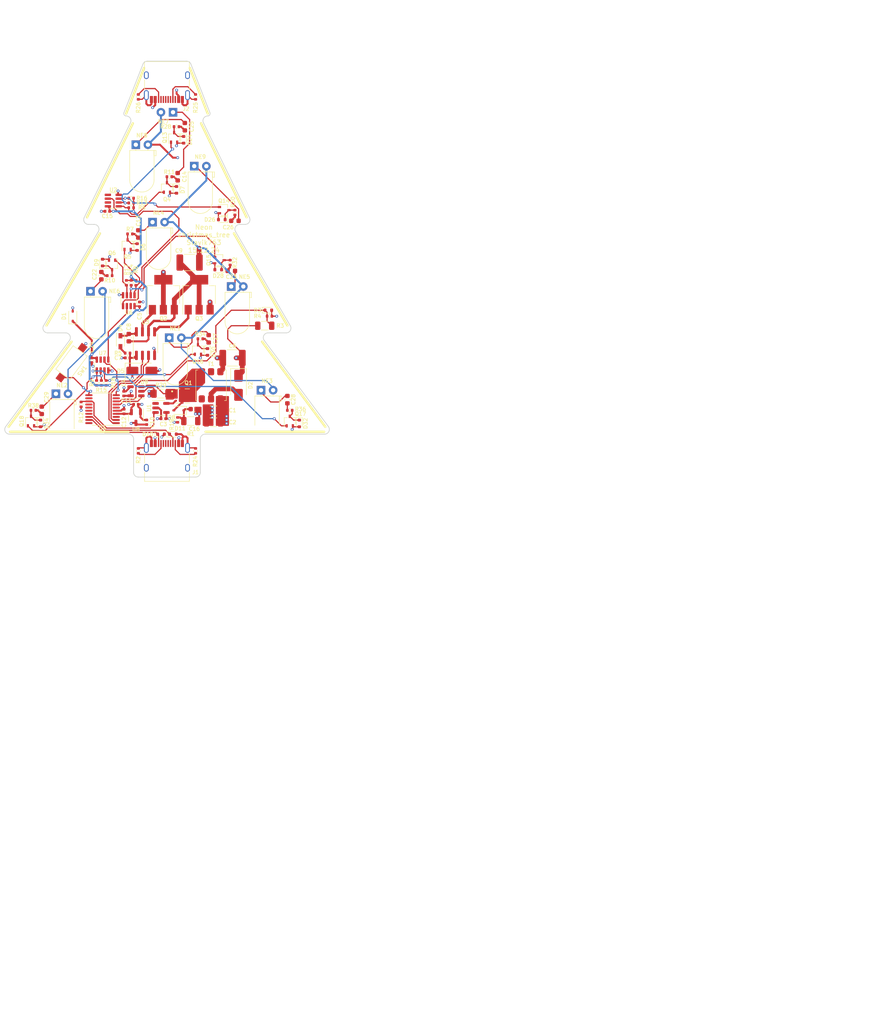
<source format=kicad_pcb>
(kicad_pcb (version 20221018) (generator pcbnew)
  (layers (0 "F.Cu" signal) (1 "In1.Cu" signal) (2 "In2.Cu" signal) (31 "B.Cu" signal) (34 "B.Paste" user) (35 "F.Paste" user) (36 "B.SilkS" user "B.Silkscreen") (37 "F.SilkS" user "F.Silkscreen") (38 "B.Mask" user) (39 "F.Mask" user) (44 "Edge.Cuts" user))
  (net 0 "")
  (net 9 "+12V")
  (net 10 "GND")
  (net 11 "+3.3V")
  (net 12 "+200V")
  (net 13 "Net-(Q2-S)")
  (net 14 "Net-(D4-K)")
  (net 15 "Vdrive")
  (net 16 "VBUS")
  (net 17 "Net-(D2-A)")
  (net 18 "Net-(D4-A)")
  (net 19 "Net-(Q1-G)")
  (net 20 "Net-(Q2-G)")
  (net 21 "Net-(Q3-G)")
  (net 25 "VDRIVE_H")
  (net 26 "VDRIVE_L")
  (net 36 "Net-(C13-Pad2)")
  (net 37 "Net-(D6-K)")
  (net 39 "Net-(C14-Pad2)")
  (net 40 "Net-(D7-K)")
  (net 41 "Net-(D9-K)")
  (net 43 "Net-(J1-CC2)")
  (net 44 "Net-(J1-CC1)")
  (net 45 "Net-(J2-CC2)")
  (net 46 "Net-(J2-CC1)")
  (net 47 "+4V")
  (net 48 "Net-(C22-Pad2)")
  (net 49 "Net-(C23-Pad2)")
  (net 50 "Net-(C25-Pad2)")
  (net 51 "Net-(C26-Pad2)")
  (net 52 "Net-(C27-Pad2)")
  (net 53 "Net-(C28-Pad2)")
  (net 54 "Net-(C29-Pad2)")
  (net 55 "Net-(D24-K)")
  (net 56 "Net-(D26-K)")
  (net 57 "Net-(D28-K)")
  (net 58 "Net-(D30-K)")
  (net 59 "Net-(D32-K)")
  (net 60 "Net-(D34-K)")
  (net 62 "/Triad 1/Red bulb/EN")
  (net 63 "/Triad 2/Red bulb/EN")
  (net 64 "/Triad 2/Blue bulb/EN")
  (net 65 "/Triad 1/Green bulb/EN")
  (net 66 "/Triad 1/Blue bulb/EN")
  (net 67 "/Triad 2/Green bulb/EN")
  (net 68 "/Triad 3/Red bulb/EN")
  (net 69 "/Triad 3/Blue bulb/EN")
  (net 70 "/Triad 3/Green bulb/EN")
  (net 71 "/Triad 1/DATA_OUT")
  (net 72 "/Triad 1/DATA_IN")
  (net 73 "/SWDIO")
  (net 74 "/SWCLK")
  (net 75 "Net-(D8-K)")
  (net 76 "Net-(D8-A)")
  (net 77 "Net-(C13-Pad1)")
  (net 78 "Net-(C14-Pad1)")
  (net 79 "Net-(C22-Pad1)")
  (net 80 "Net-(C23-Pad1)")
  (net 81 "Net-(C25-Pad1)")
  (net 82 "Net-(C26-Pad1)")
  (net 83 "Net-(C27-Pad1)")
  (net 84 "Net-(C28-Pad1)")
  (net 85 "Net-(C29-Pad1)")
  (net 88 "/Triad 3/DATA_OUT")
  (net 89 "/Triad 2/DATA_OUT")
  (net 90 "/FLYBACK_FB")
  (net 91 "Net-(U9-+)")
  (net 92 "/FLYBACK_PWM")
  (net 93 "/FLYBACK_FET_I")
  (net 94 "Net-(U4-PA4)")
  (footprint "Capacitor_SMD:C_0402_1005Metric" (layer "F.Cu") (at 105.25 94.5 90)
    (fp_text reference "C24")
    (fp_text value "0.1u")
  )
  (footprint "Resistor_SMD:R_0402_1005Metric" (layer "F.Cu") (at 142.5 85.25 180)
    (fp_text reference "R4")
    (fp_text value "5.1k")
  )
  (footprint "LED_THT:LED_D5.0mm_Horizontal_O1.27mm_Z3.0mm" (layer "F.Cu") (at 122.275 42.475 180)
    (fp_text reference "NE7")
    (fp_text value "Lamp_Neon")
  )
  (footprint "Package_SO:SOIC-8_3.9x4.9mm_P1.27mm" (layer "F.Cu") (at 116.5 91 90)
    (fp_text reference "U3")
    (fp_text value "IR2101")
  )
  (footprint "Capacitor_SMD:C_0402_1005Metric" (layer "F.Cu") (at 112 105.25 90)
    (fp_text reference "C12")
    (fp_text value "0.1u")
  )
  (footprint "Package_TO_SOT_SMD:SOT-323_SC-70" (layer "F.Cu") (at 146.75 107.25 90)
    (fp_text reference "Q17")
    (fp_text value "2N7002")
  )
  (footprint "Diode_SMD:D_SOD-523" (layer "F.Cu") (at 123 58.75 -90)
    (fp_text reference "D7")
    (fp_text value "MM5Zxx")
  )
  (footprint "LED_THT:LED_D5.0mm_Horizontal_O1.27mm_Z3.0mm" (layer "F.Cu") (at 104.975 80.025)
    (fp_text reference "NE6")
    (fp_text value "Lamp_Neon")
  )
  (footprint "Diode_SMD:D_SOD-523" (layer "F.Cu") (at 124.5 48.25 -90)
    (fp_text reference "D24")
    (fp_text value "MM5Zxx")
  )
  (footprint "Capacitor_SMD:C_1206_3216Metric" (layer "F.Cu") (at 130.75 107.5 180)
    (fp_text reference "C2")
    (fp_text value "22u")
  )
  (footprint "Resistor_SMD:R_1206_3216Metric" (layer "F.Cu") (at 141.5 87.25 180)
    (fp_text reference "R3")
    (fp_text value "1M")
  )
  (footprint "Capacitor_SMD:C_0603_1608Metric" (layer "F.Cu") (at 94.75 105 -90)
    (fp_text reference "C29")
    (fp_text value "10n")
  )
  (footprint "Capacitor_SMD:C_0603_1608Metric" (layer "F.Cu") (at 123.25 56 -90)
    (fp_text reference "C14")
    (fp_text value "10n")
  )
  (footprint "Resistor_SMD:R_0402_1005Metric" (layer "F.Cu") (at 123 45.5 180)
    (fp_text reference "R28")
    (fp_text value "10k")
  )
  (footprint "Capacitor_SMD:C_1812_4532Metric" (layer "F.Cu") (at 134.75 94 180)
    (fp_text reference "C6")
    (fp_text value "1u")
  )
  (footprint "Resistor_SMD:R_1206_3216Metric" (layer "F.Cu") (at 119.75 101.5)
    (fp_text reference "R20")
    (fp_text value "0.1")
  )
  (footprint "Resistor_SMD:R_0402_1005Metric" (layer "F.Cu") (at 108.25 99.25 -90)
    (fp_text reference "R18")
    (fp_text value "1k")
  )
  (footprint "Resistor_SMD:R_0402_1005Metric" (layer "F.Cu") (at 128 90 180)
    (fp_text reference "R34")
    (fp_text value "10k")
  )
  (footprint "Package_TO_SOT_SMD:SOT-23-5" (layer "F.Cu") (at 119.75 104.5)
    (fp_text reference "U1")
    (fp_text value "MCP1416")
  )
  (footprint "__my:FSOP8" (layer "F.Cu") (at 107.5 95.5 90)
    (fp_text reference "U7")
    (fp_text value "WS2811")
  )
  (footprint "Package_TO_SOT_SMD:SOT-223-3_TabPin2" (layer "F.Cu") (at 127.75 80.75 90)
    (fp_text reference "Q3")
    (fp_text value "1N60")
  )
  (footprint "Capacitor_SMD:C_0603_1608Metric" (layer "F.Cu") (at 134.5 75.75 180)
    (fp_text reference "C23")
    (fp_text value "10n")
  )
  (footprint "Diode_SMD:D_SOD-523" (layer "F.Cu") (at 148.75 107.75 -90)
    (fp_text reference "D32")
    (fp_text value "MM5Zxx")
  )
  (footprint "LED_THT:LED_D5.0mm_Horizontal_O1.27mm_Z3.0mm" (layer "F.Cu") (at 140.725 100.775)
    (fp_text reference "NE3")
    (fp_text value "Lamp_Neon")
  )
  (footprint "Resistor_SMD:R_0402_1005Metric" (layer "F.Cu") (at 103 103.75 90)
    (fp_text reference "R12")
    (fp_text value "5.1k")
  )
  (footprint "Package_TO_SOT_SMD:SOT-323_SC-70" (layer "F.Cu") (at 132 73.5)
    (fp_text reference "Q15")
    (fp_text value "2N7002")
  )
  (footprint "Capacitor_SMD:C_0402_1005Metric" (layer "F.Cu") (at 115.25 82.75 -90)
    (fp_text reference "C5")
    (fp_text value "0.1u")
  )
  (footprint "Resistor_SMD:R_0402_1005Metric" (layer "F.Cu") (at 109 76.75)
    (fp_text reference "R10")
    (fp_text value "10k")
  )
  (footprint "Capacitor_SMD:C_0603_1608Metric" (layer "F.Cu") (at 113 89.75 90)
    (fp_text reference "C8")
    (fp_text value "10u")
  )
  (footprint "__my:EE0504S" (layer "F.Cu") (at 130.25 99.75 180)
    (fp_text reference "T1")
    (fp_text value "EE0504S")
  )
  (footprint "Diode_SMD:D_SOD-323" (layer "F.Cu") (at 123.5 105 180)
    (fp_text reference "D8")
    (fp_text value "1N5819WS")
  )
  (footprint "Capacitor_SMD:C_0402_1005Metric" (layer "F.Cu") (at 111.95 101.5 -90)
    (fp_text reference "C4")
    (fp_text value "0.1u")
  )
  (footprint "Connector_USB:USB_C_Receptacle_HRO_TYPE-C-31-M-12" (layer "F.Cu") (at 121 35.75 180)
    (fp_text reference "J2")
    (fp_text value "USB_C_Receptacle_USB2.0")
  )
  (footprint "Capacitor_SMD:C_0603_1608Metric" (layer "F.Cu") (at 124.75 45.5 -90)
    (fp_text reference "C25")
    (fp_text value "10n")
  )
  (footprint "Diode_SMD:D_SOD-523" (layer "F.Cu") (at 129.5 92.75 -90)
    (fp_text reference "D30")
    (fp_text value "MM5Zxx")
  )
  (footprint "Capacitor_SMD:C_0603_1608Metric" (layer "F.Cu") (at 107.25 76.75 90)
    (fp_text reference "C22")
    (fp_text value "10n")
  )
  (footprint "Resistor_SMD:R_0402_1005Metric" (layer "F.Cu") (at 123.25 107 -90)
    (fp_text reference "R19")
    (fp_text value "10")
  )
  (footprint "LED_THT:LED_D5.0mm_Horizontal_O1.27mm_Z3.0mm" (layer "F.Cu") (at 97.725 101.525)
    (fp_text reference "NE2")
    (fp_text value "Lamp_Neon")
  )
  (footprint "Resistor_SMD:R_0402_1005Metric" (layer "F.Cu") (at 106.25 99.25 -90)
    (fp_text reference "R9")
    (fp_text value "1k")
  )
  (footprint "LED_THT:LED_D5.0mm_Horizontal_O1.27mm_Z3.0mm" (layer "F.Cu") (at 126.725 53.775)
    (fp_text reference "NE9")
    (fp_text value "Lamp_Neon")
  )
  (footprint "Diode_SMD:D_SOD-523" (layer "F.Cu") (at 122.25 110)
    (fp_text reference "D11")
    (fp_text value "ESD5Zxx")
  )
  (footprint "__my:DFN8-3x3EP_alpha_and_omega" (layer "F.Cu") (at 124.25 102)
    (fp_text reference "Q1")
    (fp_text value "AON7292")
  )
  (footprint "Resistor_SMD:R_0402_1005Metric" (layer "F.Cu") (at 113.5 62.5)
    (fp_text reference "R6")
    (fp_text value "1k")
  )
  (footprint "Resistor_SMD:R_0402_1005Metric" (layer "F.Cu") (at 112.5 78.25 90)
    (fp_text reference "R17")
    (fp_text value "1k")
  )
  (footprint "Resistor_SMD:R_0402_1005Metric" (layer "F.Cu") (at 115 39.25 90)
    (fp_text reference "R26")
    (fp_text value "5.1k")
  )
  (footprint "LED_THT:LED_D5.0mm_Horizontal_O1.27mm_Z3.0mm" (layer "F.Cu") (at 117.975 65.525)
    (fp_text reference "NE4")
    (fp_text value "Lamp_Neon")
  )
  (footprint "LED_THT:LED_D5.0mm_Horizontal_O1.27mm_Z3.0mm" (layer "F.Cu") (at 114.475 49.275)
    (fp_text reference "NE8")
    (fp_text value "Lamp_Neon")
  )
  (footprint "__my:FSOP8" (layer "F.Cu") (at 113 82 -90)
    (fp_text reference "U6")
    (fp_text value "WS2811")
  )
  (footprint "Capacitor_SMD:C_0402_1005Metric" (layer "F.Cu") (at 120.25 106.75 180)
    (fp_text reference "C3")
    (fp_text value "0.1u")
  )
  (footprint "__my:FSOP8" (layer "F.Cu") (at 109.75 61 180)
    (fp_text reference "U2")
    (fp_text value "WS2811")
  )
  (footprint "Package_TO_SOT_SMD:SOT-23-5" (layer "F.Cu") (at 114.5 101 180)
    (fp_text reference "U9")
    (fp_text value "INA180A2")
  )
  (footprint "Capacitor_SMD:C_0603_1608Metric" (layer "F.Cu") (at 135.25 65.25 180)
    (fp_text reference "C26")
    (fp_text value "10n")
  )
  (footprint "Package_TO_SOT_SMD:SOT-323_SC-70" (layer "F.Cu") (at 122.5 47.75 90)
    (fp_text reference "Q13")
    (fp_text value "2N7002")
  )
  (footprint "Diode_SMD:D_SMA" (layer "F.Cu") (at 115.75 96.75)
    (fp_text reference "D5")
    (fp_text value "1SMA4744A")
  )
  (footprint "Capacitor_SMD:C_1206_3216Metric" (layer "F.Cu") (at 130.75 105 180)
    (fp_text reference "C1")
    (fp_text value "22u")
  )
  (footprint "Capacitor_SMD:C_0402_1005Metric" (layer "F.Cu") (at 112.75 94)
    (fp_text reference "C7")
    (fp_text value "0.1u")
  )
  (footprint "Package_TO_SOT_SMD:SOT-323_SC-70" (layer "F.Cu") (at 109.5 74.5 -90)
    (fp_text reference "Q6")
    (fp_text value "2N7002")
  )
  (footprint "Resistor_SMD:R_0402_1005Metric" (layer "F.Cu") (at 146.75 105)
    (fp_text reference "R36")
    (fp_text value "10k")
  )
  (footprint "Capacitor_SMD:C_0603_1608Metric" (layer "F.Cu") (at 146.25 102.75 -90)
    (fp_text reference "C28")
    (fp_text value "10n")
  )
  (footprint "Capacitor_SMD:C_0603_1608Metric" (layer "F.Cu") (at 126.75 104.75)
    (fp_text reference "C16")
    (fp_text value "10u")
  )
  (footprint "Capacitor_SMD:C_0402_1005Metric" (layer "F.Cu") (at 116.75 107.5 -90)
    (fp_text reference "C10")
    (fp_text value "1u")
  )
  (footprint "Capacitor_SMD:C_1812_4532Metric" (layer "F.Cu") (at 125.75 74)
    (fp_text reference "C9")
    (fp_text value "1u")
  )
  (footprint "Diode_SMD:D_SOD-523" (layer "F.Cu") (at 114.75 70.75 -90)
    (fp_text reference "D6")
    (fp_text value "MM5Zxx")
  )
  (footprint "Resistor_SMD:R_0402_1005Metric" (layer "F.Cu") (at 93 105 180)
    (fp_text reference "R38")
    (fp_text value "10k")
  )
  (footprint "Diode_SMD:D_SOD-523" (layer "F.Cu") (at 131.75 75.5 180)
    (fp_text reference "D28")
    (fp_text value "MM5Zxx")
  )
  (footprint "Resistor_SMD:R_0402_1005Metric" (layer "F.Cu") (at 127 39.25 90)
    (fp_text reference "R25")
    (fp_text value "5.1k")
  )
  (footprint "Package_TO_SOT_SMD:SOT-323_SC-70" (layer "F.Cu") (at 127.5 92.25 90)
    (fp_text reference "Q16")
    (fp_text value "2N7002")
  )
  (footprint "LED_THT:LED_D5.0mm_Horizontal_O1.27mm_Z3.0mm" (layer "F.Cu") (at 121.475 89.775)
    (fp_text reference "NE1")
    (fp_text value "Lamp_Neon")
  )
  (footprint "Resistor_SMD:R_0402_1005Metric" (layer "F.Cu") (at 121.5 56 180)
    (fp_text reference "R11")
    (fp_text value "10k")
  )
  (footprint "Diode_SMD:D_SMA" (layer "F.Cu") (at 136 99.75 -90)
    (fp_text reference "D2")
    (fp_text value "US1G")
  )
  (footprint "Capacitor_SMD:C_0402_1005Metric" (layer "F.Cu") (at 108.5 63.25)
    (fp_text reference "C15")
    (fp_text value "0.1u")
  )
  (footprint "Resistor_SMD:R_0402_1005Metric" (layer "F.Cu") (at 113.25 68 180)
    (fp_text reference "R7")
    (fp_text value "10k")
  )
  (footprint "Package_SO:TSSOP-20_4.4x6.5mm_P0.65mm" (layer "F.Cu") (at 107.5 104.75 180)
    (fp_text reference "U4")
    (fp_text value "STM32C011F4Px")
  )
  (footprint "Button_Switch_SMD:SW_SPST_CK_RS282G05A3" (layer "F.Cu") (at 101 95 53.5)
    (fp_text reference "SW1")
    (fp_text value "SW_Push")
  )
  (footprint "Diode_SMD:D_SOD-523" (layer "F.Cu") (at 107.5 74 90)
    (fp_text reference "D9")
    (fp_text value "MM5Zxx")
  )
  (footprint "Resistor_SMD:R_0402_1005Metric" (layer "F.Cu") (at 113.5 60.5)
    (fp_text reference "R16")
    (fp_text value "1k")
  )
  (footprint "Resistor_SMD:R_0402_1005Metric" (layer "F.Cu") (at 107.25 99.25 -90)
    (fp_text reference "R15")
    (fp_text value "1k")
  )
  (footprint "LED_THT:LED_D5.0mm_Horizontal_O1.27mm_Z3.0mm" (layer "F.Cu") (at 134.475 79.025)
    (fp_text reference "NE5")
    (fp_text value "Lamp_Neon")
  )
  (footprint "Resistor_SMD:R_1206_3216Metric" (layer "F.Cu") (at 126 107.25)
    (fp_text reference "R1")
    (fp_text value "1k")
  )
  (footprint "Connector_USB:USB_C_Receptacle_HRO_TYPE-C-31-M-12" (layer "F.Cu") (at 121 116)
    (fp_text reference "J1")
    (fp_text value "USB_C_Receptacle_USB2.0")
  )
  (footprint "Resistor_SMD:R_0402_1005Metric" (layer "F.Cu") (at 135.25 63.5 90)
    (fp_text reference "R30")
    (fp_text value "10k")
  )
  (footprint "Resistor_SMD:R_0402_1005Metric" (layer "F.Cu") (at 112.75 93 180)
    (fp_text reference "R5")
    (fp_text value "10")
  )
  (footprint "Resistor_SMD:R_0402_1005Metric" (layer "F.Cu") (at 113.5 78.25 90)
    (fp_text reference "R14")
    (fp_text value "1k")
  )
  (footprint "Resistor_SMD:R_0402_1005Metric" (layer "F.Cu") (at 127 113.5 -90)
    (fp_text reference "R24")
    (fp_text value "5.1k")
  )
  (footprint "Diode_SMD:D_SOD-523" (layer "F.Cu") (at 132.5 65 180)
    (fp_text reference "D26")
    (fp_text value "MM5Zxx")
  )
  (footprint "Capacitor_SMD:C_0603_1608Metric" (layer "F.Cu") (at 115 68 -90)
    (fp_text reference "C13")
    (fp_text value "10n")
  )
  (footprint "Package_TO_SOT_SMD:SOT-323_SC-70" (layer "F.Cu") (at 121 58.25 90)
    (fp_text reference "Q4")
    (fp_text value "2N7002")
  )
  (footprint "Package_TO_SOT_SMD:SOT-323_SC-70" (layer "F.Cu") (at 133 63)
    (fp_text reference "Q14")
    (fp_text value "2N7002")
  )
  (footprint "Resistor_SMD:R_0402_1005Metric" (layer "F.Cu") (at 113.5 61.5)
    (fp_text reference "R13")
    (fp_text value "1k")
  )
  (footprint "Resistor_SMD:R_0402_1005Metric" (layer "F.Cu") (at 115 113.5 -90)
    (fp_text reference "R2")
    (fp_text value "5.1k")
  )
  (footprint "Package_TO_SOT_SMD:SOT-323_SC-70" (layer "F.Cu") (at 92.5 107.25 90)
    (fp_text reference "Q18")
    (fp_text value "2N7002")
  )
  (footprint "Diode_SMD:D_SOD-323" (layer "F.Cu") (at 101.25 85.25 90)
    (fp_text reference "D1")
    (fp_text value "1N4148WS")
  )
  (footprint "Resistor_SMD:R_0402_1005Metric" (layer "F.Cu") (at 134.25 74 90)
    (fp_text reference "R32")
    (fp_text value "10k")
  )
  (footprint "Diode_SMD:D_SOD-523" (layer "F.Cu") (at 94.5 107.75 -90)
    (fp_text reference "D34")
    (fp_text value "MM5Zxx")
  )
  (footprint "Package_TO_SOT_SMD:SOT-223-3_TabPin2" (layer "F.Cu") (at 120.25 80.75 90)
    (fp_text reference "Q2")
    (fp_text value "1N60")
  )
  (footprint "__my:SOD-323HE" (layer "F.Cu") (at 111.25 90.5 -90)
    (fp_text reference "D4")
    (fp_text value "RRE02VSM6STR")
  )
  (footprint "Capacitor_SMD:C_0603_1608Metric" (layer "F.Cu") (at 129.75 90 -90)
    (fp_text reference "C27")
    (fp_text value "10n")
  )
  (footprint "Package_TO_SOT_SMD:SOT-23-3" (layer "F.Cu") (at 114.5 106.5 -90)
    (fp_text reference "U8")
    (fp_text value "XC6206PxxxMR")
  )
  (footprint "Diode_SMD:D_SOD-523" (layer "F.Cu") (at 142.25 84)
    (fp_text reference "D3")
    (fp_text value "ESD5Zxx")
  )
  (footprint "Capacitor_SMD:C_0402_1005Metric" (layer "F.Cu") (at 114.5 103.75 180)
    (fp_text reference "C11")
    (fp_text value "1u")
  )
  (footprint "Diode_SMD:D_SOD-523" (layer "F.Cu") (at 119.75 110)
    (fp_text reference "D10")
    (fp_text value "ESD5Zxx")
  )
  (footprint "Resistor_SMD:R_0402_1005Metric" (layer "F.Cu") (at 114.5 78.25 90)
    (fp_text reference "R8")
    (fp_text value "1k")
  )
  (footprint "Package_TO_SOT_SMD:SOT-323_SC-70" (layer "F.Cu") (at 112.75 70.25 90)
    (fp_text reference "Q5")
    (fp_text value "2N7002")
  )
  (gr_line (start 104.25 64.5) (end 113.85 44.8) (stroke (width 0.5)) (layer "F.SilkS"))
  (gr_line (start 137.7 64.5) (end 128.15 44.8) (stroke (width 0.5)) (layer "F.SilkS"))
  (gr_line (start 88.1 109.5) (end 112.95 109.5) (stroke (width 0.5)) (layer "F.SilkS"))
  (gr_line (start 112.45 42.75) (end 116.2 33.2) (stroke (width 0.5)) (layer "F.SilkS"))
  (gr_line (start 153.95 109.5) (end 129.1 109.5) (stroke (width 0.5)) (layer "F.SilkS"))
  (gr_line (start 146.25 87.2) (end 135.05 67.9) (stroke (width 0.5)) (layer "F.SilkS"))
  (gr_line (start 95.75 87.2) (end 106.95 67.9) (stroke (width 0.5)) (layer "F.SilkS"))
  (gr_line (start 87.8 108.45) (end 101 90.6) (stroke (width 0.5)) (layer "F.SilkS"))
  (gr_line (start 154.2 108.45) (end 140.95 90.6) (stroke (width 0.5)) (layer "F.SilkS"))
  (gr_line (start 129.55 42.75) (end 125.8 33.2) (stroke (width 0.5)) (layer "F.SilkS"))
  (gr_line (start 114 117.999998) (end 113.999999 111.000001) (stroke (width 0.15)) (layer "Edge.Cuts"))
  (gr_line (start 154.049999 109.999999) (end 128.999998 110) (stroke (width 0.15)) (layer "Edge.Cuts"))
  (gr_arc (start 135.409381 67.54393) (mid 135.382705 66.4997) (end 136.3 66) (stroke (width 0.15)) (layer "Edge.Cuts"))
  (gr_line (start 126.01381 32.343861) (end 130.024342 42.591886) (stroke (width 0.15)) (layer "Edge.Cuts"))
  (gr_arc (start 112.449999 43.25) (mid 112.044379 43.042355) (end 111.975658 42.591886) (stroke (width 0.15)) (layer "Edge.Cuts"))
  (gr_line (start 105.699999 66) (end 104.55 66) (stroke (width 0.15)) (layer "Edge.Cuts"))
  (gr_line (start 111.975658 42.591886) (end 115.986188 32.343861) (stroke (width 0.15)) (layer "Edge.Cuts"))
  (gr_arc (start 99.749999 88.75) (mid 100.644427 89.302786) (end 100.549999 90.35) (stroke (width 0.15)) (layer "Edge.Cuts"))
  (gr_line (start 137.4 66) (end 136.3 66) (stroke (width 0.15)) (layer "Edge.Cuts"))
  (gr_arc (start 115.986188 32.343861) (mid 116.355086 31.911507) (end 116.9 31.75) (stroke (width 0.15)) (layer "Edge.Cuts"))
  (gr_line (start 112.999997 110.000001) (end 88 110) (stroke (width 0.15)) (layer "Edge.Cuts"))
  (gr_arc (start 112.449999 43.25) (mid 113.3202 43.757301) (end 113.307492 44.764496) (stroke (width 0.15)) (layer "Edge.Cuts"))
  (gr_arc (start 112.999997 110.000001) (mid 113.707105 110.292893) (end 113.999999 111.000001) (stroke (width 0.15)) (layer "Edge.Cuts"))
  (gr_line (start 145.999999 88.75) (end 142.2 88.75) (stroke (width 0.15)) (layer "Edge.Cuts"))
  (gr_arc (start 128.692507 44.764496) (mid 128.6798 43.757301) (end 129.55 43.25) (stroke (width 0.15)) (layer "Edge.Cuts"))
  (gr_arc (start 146.913811 87.343862) (mid 146.838491 88.294914) (end 145.999999 88.75) (stroke (width 0.15)) (layer "Edge.Cuts"))
  (gr_arc (start 96 88.75) (mid 95.161507 88.294914) (end 95.086188 87.343862) (stroke (width 0.15)) (layer "Edge.Cuts"))
  (gr_arc (start 141.4 90.35) (mid 141.305573 89.302787) (end 142.2 88.75) (stroke (width 0.15)) (layer "Edge.Cuts"))
  (gr_arc (start 104.55 66) (mid 103.719112 65.55644) (end 103.625322 64.61925) (stroke (width 0.15)) (layer "Edge.Cuts"))
  (gr_arc (start 88 110) (mid 87.114978 109.465549) (end 87.175958 108.433471) (stroke (width 0.15)) (layer "Edge.Cuts"))
  (gr_line (start 99.749999 88.75) (end 96 88.75) (stroke (width 0.15)) (layer "Edge.Cuts"))
  (gr_arc (start 130.024341 42.591886) (mid 129.955621 43.042356) (end 129.55 43.25) (stroke (width 0.15)) (layer "Edge.Cuts"))
  (gr_line (start 87.175958 108.433471) (end 100.549999 90.35) (stroke (width 0.15)) (layer "Edge.Cuts"))
  (gr_line (start 126.999998 119) (end 115 118.999998) (stroke (width 0.15)) (layer "Edge.Cuts"))
  (gr_arc (start 115 118.999998) (mid 114.292894 118.707105) (end 114 117.999998) (stroke (width 0.15)) (layer "Edge.Cuts"))
  (gr_line (start 128 111) (end 127.999998 118) (stroke (width 0.15)) (layer "Edge.Cuts"))
  (gr_line (start 135.409381 67.54393) (end 146.913811 87.343862) (stroke (width 0.15)) (layer "Edge.Cuts"))
  (gr_line (start 103.625322 64.61925) (end 113.307492 44.764496) (stroke (width 0.15)) (layer "Edge.Cuts"))
  (gr_arc (start 105.699999 66) (mid 106.617294 66.499699) (end 106.590618 67.54393) (stroke (width 0.15)) (layer "Edge.Cuts"))
  (gr_arc (start 138.324678 64.61925) (mid 138.230888 65.55644) (end 137.4 66) (stroke (width 0.15)) (layer "Edge.Cuts"))
  (gr_arc (start 127.999998 118) (mid 127.707105 118.707106) (end 126.999998 119) (stroke (width 0.15)) (layer "Edge.Cuts"))
  (gr_arc (start 128 111) (mid 128.292893 110.292894) (end 128.999998 110) (stroke (width 0.15)) (layer "Edge.Cuts"))
  (gr_line (start 141.4 90.35) (end 154.874041 108.43347) (stroke (width 0.15)) (layer "Edge.Cuts"))
  (gr_line (start 128.692507 44.764496) (end 138.324678 64.61925) (stroke (width 0.15)) (layer "Edge.Cuts"))
  (gr_line (start 95.086188 87.343862) (end 106.590618 67.54393) (stroke (width 0.15)) (layer "Edge.Cuts"))
  (gr_line (start 116.9 31.75) (end 125.099998 31.75) (stroke (width 0.15)) (layer "Edge.Cuts"))
  (gr_arc (start 125.099998 31.75) (mid 125.644912 31.911507) (end 126.01381 32.343861) (stroke (width 0.15)) (layer "Edge.Cuts"))
  (gr_arc (start 154.874041 108.43347) (mid 154.935022 109.465548) (end 154.049999 109.999999) (stroke (width 0.15)) (layer "Edge.Cuts"))
  (gr_text "Neon\nchristmas_tree\nSlavik763\n15.12.24" (at 128.75 72) (layer "F.SilkS") (effects (font (size 1 1)) (justify bottom)))
  (segment (start 113.23 96.23) (end 113.75 96.75) (width 0.4) (layer "F.Cu") (net 9))
  (segment (start 113.26 93) (end 113.26 93.97) (width 0.4) (layer "F.Cu") (net 9))
  (segment (start 113.23 94) (end 114.07 94) (width 0.4) (layer "F.Cu") (net 9))
  (segment (start 113.75 96.75) (end 113.75 98.25) (width 0.4) (layer "F.Cu") (net 9))
  (segment (start 113.23 94) (end 113.23 96.23) (width 0.4) (layer "F.Cu") (net 9))
  (segment (start 122.51 107.51) (end 123.25 107.51) (width 0.4) (layer "F.Cu") (net 9))
  (segment (start 113.26 93.97) (end 113.23 94) (width 0.4) (layer "F.Cu") (net 9))
  (segment (start 114.07 94) (end 114.595 93.475) (width 0.4) (layer "F.Cu") (net 9))
  (via (at 113.75 98.25) (size 0.6) (drill 0.3) (layers "F.Cu" "B.Cu") (net 9))
  (via (at 122.51 107.51) (size 0.6) (drill 0.3) (layers "F.Cu" "B.Cu") (net 9))
  (segment (start 103 104.26) (end 103 105) (width 0.25) (layer "F.Cu") (net 10))
  (segment (start 125.32 112.87) (end 125.32 110.82) (width 0.4) (layer "F.Cu") (net 10))
  (segment (start 124 110) (end 124.5 110.5) (width 0.4) (layer "F.Cu") (net 10))
  (segment (start 120.45 110.05) (end 120.45 110) (width 0.4) (layer "F.Cu") (net 10))
  (segment (start 115.45 105.3625) (end 115.45 106.45) (width 0.4) (layer "F.Cu") (net 10))
  (segment (start 121.5 60) (end 121.65 59.85) (width 0.25) (layer "F.Cu") (net 10))
  (segment (start 117.75 110.75) (end 117.75 111.955) (width 0.4) (layer "F.Cu") (net 10))
  (segment (start 132.7 94) (end 132.7 96.4) (width 1) (layer "F.Cu") (net 10))
  (segment (start 114.98 104.23) (end 114.98 103.75) (width 0.4) (layer "F.Cu") (net 10))
  (segment (start 131.4 63.65) (end 132 63.65) (width 0.25) (layer "F.Cu") (net 10))
  (segment (start 116.68 110.82) (end 117 110.5) (width 0.4) (layer "F.Cu") (net 10))
  (segment (start 125.32 112.87) (end 126.88 112.87) (width 0.25) (layer "F.Cu") (net 10))
  (segment (start 129.5 93.45) (end 128.35 93.45) (width 0.25) (layer "F.Cu") (net 10))
  (segment (start 131.25 63.5) (end 131.4 63.65) (width 0.25) (layer "F.Cu") (net 10))
  (segment (start 116.68 40.68) (end 116.68 38.88) (width 0.4) (layer "F.Cu") (net 10))
  (segment (start 128.15 93.85) (end 128.15 93.25) (width 0.25) (layer "F.Cu") (net 10))
  (segment (start 117 100.25) (end 118.0375 100.25) (width 0.25) (layer "F.Cu") (net 10))
  (segment (start 131.8 65) (end 131.8 63.85) (width 0.25) (layer "F.Cu") (net 10))
  (segment (start 108.02 63.25) (end 107.25 63.25) (width 0.4) (layer "F.Cu") (net 10))
  (segment (start 112 101.02) (end 112.3925 101.02) (width 0.4) (layer "F.Cu") (net 10))
  (segment (start 109 72.75) (end 108.85 72.9) (width 0.25) (layer "F.Cu") (net 10))
  (segment (start 117.75 96.75) (end 119.25 96.75) (width 0.4) (layer "F.Cu") (net 10))
  (segment (start 119.25 96.75) (end 119.5 96.5) (width 0.4) (layer "F.Cu") (net 10))
  (segment (start 124.5 41) (end 125 41) (width 0.4) (layer "F.Cu") (net 10))
  (segment (start 117 41) (end 116.68 40.68) (width 0.4) (layer "F.Cu") (net 10))
  (segment (start 115.6375 101) (end 116.25 101) (width 0.25) (layer "F.Cu") (net 10))
  (segment (start 123 59.45) (end 121.85 59.45) (width 0.25) (layer "F.Cu") (net 10))
  (segment (start 116.68 112.87) (end 115.12 112.87) (width 0.25) (layer "F.Cu") (net 10))
  (segment (start 142.95 84) (end 142.95 85.19) (width 0.25) (layer "F.Cu") (net 10))
  (segment (start 115.27 82.25) (end 116 82.25) (width 0.25) (layer "F.Cu") (net 10))
  (segment (start 118.405 92.155) (end 118.25 92) (width 0.4) (layer "F.Cu") (net 10))
  (segment (start 116.25 101) (end 117 100.25) (width 0.25) (layer "F.Cu") (net 10))
  (segment (start 126.2 39.76) (end 125.32 38.88) (width 0.25) (layer "F.Cu") (net 10))
  (segment (start 117.5 110.5) (end 117.75 110.75) (width 0.4) (layer "F.Cu") (net 10))
  (segment (start 112.27 94) (end 111.5 94) (width 0.4) (layer "F.Cu") (net 10))
  (segment (start 117.5 41) (end 117 41) (width 0.4) (layer "F.Cu") (net 10))
  (segment locked (start 130.05 83.9) (end 130.05 82.3) (width 1) (layer "F.Cu") (net 10))
  (segment (start 118.0375 100.25) (end 118.2875 100.5) (width 0.25) (layer "F.Cu") (net 10))
  (segment (start 125.32 40.68) (end 125.32 38.88) (width 0.4) (layer "F.Cu") (net 10))
  (segment (start 108.7 96.6375) (end 109.3875 96.6375) (width 0.4) (layer "F.Cu") (net 10))
  (segment locked (start 130.05 82.3) (end 130 82.25) (width 1) (layer "F.Cu") (net 10))
  (segment (start 110.75 59.6625) (end 110.8875 59.8) (width 0.4) (layer "F.Cu") (net 10))
  (segment (start 118.2875 100.5) (end 118.2875 101.5) (width 0.25) (layer "F.Cu") (net 10))
  (segment (start 118.405 93.475) (end 118.405 92.155) (width 0.4) (layer "F.Cu") (net 10))
  (segment (start 111.6875 80.75) (end 111.8 80.8625) (width 0.25) (layer "F.Cu") (net 10))
  (segment (start 124.25 110.75) (end 124.25 111.955) (width 0.4) (layer "F.Cu") (net 10))
  (segment (start 131.8 63.85) (end 132 63.65) (width 0.25) (layer "F.Cu") (net 10))
  (segment (start 132.7 94) (end 131.5 94) (width 1) (layer "F.Cu") (net 10))
  (segment (start 117.75 39.795) (end 117.75 40.75) (width 0.4) (layer "F.Cu") (net 10))
  (segment (start 111 80.75) (end 111.6875 80.75) (width 0.25) (layer "F.Cu") (net 10))
  (segment (start 103.319809 91.864958) (end 103.319809 91.680191) (width 0.25) (layer "F.Cu") (net 10))
  (segment (start 103.319809 91.680191) (end 104 91) (width 0.25) (layer "F.Cu") (net 10))
  (segment (start 123.15 49.35) (end 123.15 48.75) (width 0.25) (layer "F.Cu") (net 10))
  (segment (start 108.85 72.9) (end 108.85 73.5) (width 0.25) (layer "F.Cu") (net 10))
  (segment (start 121.85 59.45) (end 121.65 59.25) (width 0.25) (layer "F.Cu") (net 10))
  (segment (start 115.75 103.75) (end 114.98 103.75) (width 0.4) (layer "F.Cu") (net 10))
  (segment (start 121.5 106.75) (end 120.73 106.75) (width 0.4) (layer "F.Cu") (net 10))
  (segment (start 105.25 94.98) (end 105.25 95.5) (width 0.4) (layer "F.Cu") (net 10))
  (segment (start 131.05 74.2) (end 131 74.15) (width 0.25) (layer "F.Cu") (net 10))
  (segment (start 147.4 108.85) (end 147.4 108.25) (width 0.25) (layer "F.Cu") (net 10))
  (segment (start 110.75 59) (end 110.75 59.6625) (width 0.4) (layer "F.Cu") (net 10))
  (segment (start 147.6 108.45) (end 147.4 108.25) (width 0.25) (layer "F.Cu") (net 10))
  (segment (start 113.4 71.85) (end 113.4 71.25) (width 0.25) (layer "F.Cu") (net 10))
  (segment (start 115 39.76) (end 115.8 39.76) (width 0.25) (layer "F.Cu") (net 10))
  (segment locked (start 130.4 74.15) (end 131 74.15) (width 0.25) (layer "F.Cu") (net 10))
  (segment (start 116.02 107.02) (end 116.75 107.02) (width 0.4) (layer "F.Cu") (net 10))
  (segment (start 107.5 73.3) (end 108.65 73.3) (width 0.25) (layer "F.Cu") (net 10))
  (segment (start 131.05 75.5) (end 131.05 74.2) (width 0.25) (layer "F.Cu") (net 10))
  (segment (start 125 110.5) (end 124.5 110.5) (width 0.4) (layer "F.Cu") (net 10))
  (segment (start 114.75 71.45) (end 113.6 71.45) (width 0.25) (layer "F.Cu") (net 10))
  (segment (start 123.35 48.95) (end 123.15 48.75) (width 0.25) (layer "F.Cu") (net 10))
  (segment (start 115.45 106.45) (end 116.02 107.02) (width 0.4) (layer "F.Cu") (net 10))
  (segment (start 115.8 39.76) (end 116.68 38.88) (width 0.25) (layer "F.Cu") (net 10))
  (segment (start 117 110.5) (end 117.5 110.5) (width 0.4) (layer "F.Cu") (net 10))
  (segment (start 93.35 108.45) (end 93.15 108.25) (width 0.25) (layer "F.Cu") (net 10))
  (segment (start 117.75 40.75) (end 117.5 41) (width 0.4) (layer "F.Cu") (net 10))
  (segment (start 128 94) (end 128.15 93.85) (width 0.25) (layer "F.Cu") (net 10))
  (segment (start 121.65 59.85) (end 121.65 59.25) (width 0.25) (layer "F.Cu") (net 10))
  (segment (start 110.3625 105.075) (end 111.385001 105.075) (width 0.4) (layer "F.Cu") (net 10))
  (segment (start 94.5 108.45) (end 93.35 108.45) (width 0.25) (layer "F.Cu") (net 10))
  (segment (start 142.95 85.19) (end 143.01 85.25) (width 0.25) (layer "F.Cu") (net 10))
  (segment (start 125.32 110.82) (end 125 110.5) (width 0.4) (layer "F.Cu") (net 10))
  (segment (start 127 39.76) (end 126.2 39.76) (width 0.25) (layer "F.Cu") (net 10))
  (segment (start 108.65 73.3) (end 108.85 73.5) (width 0.25) (layer "F.Cu") (net 10))
  (segment (start 123 49.5) (end 123.15 49.35) (width 0.25) (layer "F.Cu") (net 10))
  (segment (start 128.35 93.45) (end 128.15 93.25) (width 0.25) (layer "F.Cu") (net 10))
  (segment (start 112.3925 101.02) (end 113.3625 100.05) (width 0.4) (layer "F.Cu") (net 10))
  (segment (start 115.12 112.87) (end 115 112.99) (width 0.25) (layer "F.Cu") (net 10))
  (segment (start 113.6 71.45) (end 113.4 71.25) (width 0.25) (layer "F.Cu") (net 10))
  (segment (start 94.8 108.45) (end 95.25 108) (width 0.25) (layer "F.Cu") (net 10))
  (segment (start 112 101.02) (end 112 100.25) (width 0.4) (layer "F.Cu") (net 10))
  (segment (start 112 104) (end 112 104.77) (width 0.4) (layer "F.Cu") (net 10))
  (segment (start 94.5 108.45) (end 94.8 108.45) (width 0.25) (layer "F.Cu") (net 10))
  (segment (start 126.88 112.87) (end 127 112.99) (width 0.25) (layer "F.Cu") (net 10))
  (segment (start 143.01 85.25) (end 144 85.25) (width 0.25) (layer "F.Cu") (net 10))
  (segment (start 120.8875 105.45) (end 120.8875 106.5925) (width 0.4) (layer "F.Cu") (net 10))
  (segment (start 116.68 112.87) (end 116.68 110.82) (width 0.4) (layer "F.Cu") (net 10))
  (segment (start 111.385001 105.075) (end 111.690001 104.77) (width 0.4) (layer "F.Cu") (net 10))
  (segment (start 120.8875 106.5925) (end 120.73 106.75) (width 0.4) (layer "F.Cu") (net 10))
  (segment (start 125 41) (end 125.32 40.68) (width 0.4) (layer "F.Cu") (net 10))
  (segment (start 119.9 110.6) (end 120.45 110.05) (width 0.4) (layer "F.Cu") (net 10))
  (segment (start 105.25 95.5) (end 105.5 95.75) (width 0.4) (layer "F.Cu") (net 10))
  (segment (start 124.5 110.5) (end 124.25 110.75) (width 0.4) (layer "F.Cu") (net 10))
  (segment (start 113.25 72) (end 113.4 71.85) (width 0.25) (layer "F.Cu") (net 10))
  (segment (start 124.5 48.95) (end 123.35 48.95) (width 0.25) (layer "F.Cu") (net 10))
  (segment (start 115.45 104.7) (end 114.98 104.23) (width 0.4) (layer "F.Cu") (net 10))
  (segment (start 147.25 109) (end 147.4 108.85) (width 0.25) (layer "F.Cu") (net 10))
  (segment (start 122.95 110) (end 124 110) (width 0.4) (layer "F.Cu") (net 10))
  (segment (start 111.690001 104.77) (end 112 104.77) (width 0.4) (layer "F.Cu") (net 10))
  (segment (start 115.25 82.27) (end 115.27 82.25) (width 0.25) (layer "F.Cu") (net 10))
  (segment (start 115.45 105.3625) (end 115.45 104.7) (width 0.4) (layer "F.Cu") (net 10))
  (segment (start 109.3875 96.6375) (end 109.5 96.75) (width 0.4) (layer "F.Cu") (net 10))
  (segment (start 148.75 108.45) (end 147.6 108.45) (width 0.25) (layer "F.Cu") (net 10))
  (segment (start 124.25 40.75) (end 124.5 41) (width 0.4) (layer "F.Cu") (net 10))
  (segment (start 132.7 96.4) (end 132.2 96.9) (width 1) (layer "F.Cu") (net 10))
  (segment (start 124.25 39.795) (end 124.25 40.75) (width 0.4) (layer "F.Cu") (net 10))
  (via (at 95.25 108) (size 0.6) (drill 0.3) (layers "F.Cu" "B.Cu") (net 10))
  (via (at 130.5 105) (size 0.6) (drill 0.3) (layers "F.Cu" "B.Cu") (net 10))
  (via (at 131.5 94) (size 0.6) (drill 0.3) (layers "F.Cu" "B.Cu") (net 10))
  (via (at 117.25 102) (size 0.6) (drill 0.3) (layers "F.Cu" "B.Cu") (net 10))
  (via (at 130.5 105.75) (size 0.6) (drill 0.3) (layers "F.Cu" "B.Cu") (net 10))
  (via (at 112 100.25) (size 0.6) (drill 0.3) (layers "F.Cu" "B.Cu") (net 10))
  (via (at 121.5 60) (size 0.6) (drill 0.3) (layers "F.Cu" "B.Cu") (net 10))
  (via (at 144 85.25) (size 0.6) (drill 0.3) (layers "F.Cu" "B.Cu") (net 10))
  (via (at 130 82.25) (size 0.6) (drill 0.3) (layers "F.Cu" "B.Cu") (net 10))
  (via (at 130.5 106.5) (size 0.6) (drill 0.3) (layers "F.Cu" "B.Cu") (net 10))
  (via (at 118.25 92) (size 0.6) (drill 0.3) (layers "F.Cu" "B.Cu") (net 10))
  (via (at 119.5 96.5) (size 0.6) (drill 0.3) (layers "F.Cu" "B.Cu") (net 10))
  (via (at 131.25 63.5) (size 0.6) (drill 0.3) (layers "F.Cu" "B.Cu") (net 10))
  (via (at 111 80.75) (size 0.6) (drill 0.3) (layers "F.Cu" "B.Cu") (net 10))
  (via (at 109 72.75) (size 0.6) (drill 0.3) (layers "F.Cu" "B.Cu") (net 10))
  (via (at 123 49.5) (size 0.6) (drill 0.3) (layers "F.Cu" "B.Cu") (net 10))
  (via (at 147.25 109) (size 0.6) (drill 0.3) (layers "F.Cu" "B.Cu") (net 10))
  (via (at 119.9 110.6) (size 0.6) (drill 0.3) (layers "F.Cu" "B.Cu") (net 10))
  (via (at 117.25 101) (size 0.6) (drill 0.3) (layers "F.Cu" "B.Cu") (net 10))
  (via (at 130.25 74) (size 0.6) (drill 0.3) (layers "F.Cu" "B.Cu") (net 10))
  (via (at 113.25 72) (size 0.6) (drill 0.3) (layers "F.Cu" "B.Cu") (net 10))
  (via (at 103 105) (size 0.6) (drill 0.3) (layers "F.Cu" "B.Cu") (net 10))
  (via (at 121.5 106.75) (size 0.6) (drill 0.3) (layers "F.Cu" "B.Cu") (net 10))
  (via (at 109.5 96.75) (size 0.6) (drill 0.3) (layers "F.Cu" "B.Cu") (net 10))
  (via (at 115.75 103.75) (size 0.6) (drill 0.3) (layers "F.Cu" "B.Cu") (net 10))
  (via (at 105.5 95.75) (size 0.6) (drill 0.3) (layers "F.Cu" "B.Cu") (net 10))
  (via (at 112 104) (size 0.6) (drill 0.3) (layers "F.Cu" "B.Cu") (net 10))
  (via (at 128 94) (size 0.6) (drill 0.3) (layers "F.Cu" "B.Cu") (net 10))
  (via (at 110.75 59) (size 0.6) (drill 0.3) (layers "F.Cu" "B.Cu") (net 10))
  (via (at 116 82.25) (size 0.6) (drill 0.3) (layers "F.Cu" "B.Cu") (net 10))
  (via (at 107.25 63.25) (size 0.6) (drill 0.3) (layers "F.Cu" "B.Cu") (net 10))
  (via (at 111.5 94) (size 0.6) (drill 0.3) (layers "F.Cu" "B.Cu") (net 10))
  (via (at 104 91) (size 0.6) (drill 0.3) (layers "F.Cu" "B.Cu") (net 10))
  (via (at 130.5 104.25) (size 0.6) (drill 0.3) (layers "F.Cu" "B.Cu") (net 10))
  (segment (start 111.995 105.725) (end 112 105.73) (width 0.4) (layer "F.Cu") (net 11))
  (segment (start 114.02 103.98) (end 114.02 103.75) (width 0.4) (layer "F.Cu") (net 11))
  (segment (start 113.55 104.45) (end 114.02 103.98) (width 0.4) (layer "F.Cu") (net 11))
  (segment (start 113.3625 101.95) (end 112.03 101.95) (width 0.4) (layer "F.Cu") (net 11))
  (segment (start 113.55 105.3625) (end 113.55 104.45) (width 0.4) (layer "F.Cu") (net 11))
  (segment (start 113.5 101) (end 113.3625 101.1375) (width 0.25) (layer "F.Cu") (net 11))
  (segment (start 112.03 101.95) (end 112 101.98) (width 0.4) (layer "F.Cu") (net 11))
  (segment (start 113.55 105.3625) (end 113.1825 105.73) (width 0.4) (layer "F.Cu") (net 11))
  (segment (start 113 103.75) (end 114.02 103.75) (width 0.25) (layer "F.Cu") (net 11))
  (segment (start 113.1825 105.73) (end 112 105.73) (width 0.4) (layer "F.Cu") (net 11))
  (segment (start 110.3625 105.725) (end 111.995 105.725) (width 0.4) (layer "F.Cu") (net 11))
  (segment (start 113.3625 101.1375) (end 113.3625 101.95) (width 0.25) (layer "F.Cu") (net 11))
  (via (at 113 103.75) (size 0.6) (drill 0.3) (layers "F.Cu" "B.Cu") (net 11))
  (via (at 113.5 101) (size 0.6) (drill 0.3) (layers "F.Cu" "B.Cu") (net 11))
  (segment (start 136.8 94) (end 135.5 94) (width 1) (layer "F.Cu") (net 12))
  (segment (start 120.25 77.6) (end 120.25 83.9) (width 1) (layer "F.Cu") (net 12))
  (segment (start 120.25 76) (end 120.25 77.6) (width 1) (layer "F.Cu") (net 12))
  (segment (start 136.8 93.05) (end 133.75 90) (width 0.25) (layer "F.Cu") (net 12))
  (segment (start 136.8 96.95) (end 136 97.75) (width 1) (layer "F.Cu") (net 12))
  (segment (start 133.75 90) (end 133.75 88) (width 0.25) (layer "F.Cu") (net 12))
  (segment (start 133.75 88) (end 134.5 87.25) (width 0.25) (layer "F.Cu") (net 12))
  (segment (start 136.8 94) (end 136.8 93.05) (width 0.25) (layer "F.Cu") (net 12))
  (segment (start 134.5 87.25) (end 140.0375 87.25) (width 0.25) (layer "F.Cu") (net 12))
  (segment (start 136.8 94) (end 136.8 96.95) (width 1) (layer "F.Cu") (net 12))
  (via (at 120.25 76) (size 0.6) (drill 0.3) (layers "F.Cu" "B.Cu") (net 12))
  (via (at 135.5 94) (size 0.6) (drill 0.3) (layers "F.Cu" "B.Cu") (net 12))
  (segment (start 121.875 86.25) (end 118.25 86.25) (width 0.5) (layer "F.Cu") (net 13))
  (segment (start 127.3 77.6) (end 123.7 74) (width 1) (layer "F.Cu") (net 13))
  (segment (start 117.135 87.365) (end 117.135 88.525) (width 0.5) (layer "F.Cu") (net 13))
  (segment (start 117.135 88.525) (end 117.135 90.115) (width 0.4) (layer "F.Cu") (net 13))
  (segment (start 122.55 85.575) (end 121.875 86.25) (width 0.5) (layer "F.Cu") (net 13))
  (segment (start 117.135 90.115) (end 116.725 90.525) (width 0.4) (layer "F.Cu") (net 13))
  (segment (start 122.55 83.9) (end 122.55 85.575) (width 0.5) (layer "F.Cu") (net 13))
  (segment (start 122.55 83.9) (end 122.55 81.7) (width 1) (layer "F.Cu") (net 13))
  (segment (start 122.55 81.7) (end 126.65 77.6) (width 1) (layer "F.Cu") (net 13))
  (segment (start 113 90.525) (end 116.725 90.525) (width 0.4) (layer "F.Cu") (net 13))
  (segment (start 127.75 77.6) (end 127.75 83.9) (width 1) (layer "F.Cu") (net 13))
  (segment (start 127.75 77.6) (end 127.3 77.6) (width 1) (layer "F.Cu") (net 13))
  (segment (start 118.25 86.25) (end 117.135 87.365) (width 0.5) (layer "F.Cu") (net 13))
  (segment (start 114.145 88.975) (end 114.595 88.525) (width 0.4) (layer "F.Cu") (net 14))
  (segment (start 111.25 89.35) (end 112.625 89.35) (width 0.4) (layer "F.Cu") (net 14))
  (segment (start 113 88.975) (end 114.145 88.975) (width 0.4) (layer "F.Cu") (net 14))
  (segment (start 112.625 89.35) (end 113 88.975) (width 0.4) (layer "F.Cu") (net 14))
  (segment (start 127.75 73.95) (end 127.8 74) (width 1) (layer "F.Cu") (net 15))
  (segment (start 122.25 52) (end 119.525 49.275) (width 0.4) (layer "F.Cu") (net 15))
  (segment (start 123.25 52) (end 122.25 52) (width 0.4) (layer "F.Cu") (net 15))
  (segment (start 119.525 49.275) (end 117.015 49.275) (width 0.4) (layer "F.Cu") (net 15))
  (segment (start 127.75 71) (end 127.75 73.95) (width 1) (layer "F.Cu") (net 15))
  (via (at 127.75 71) (size 0.6) (drill 0.3) (layers "F.Cu" "B.Cu") (net 15))
  (via (at 123.25 52) (size 0.6) (drill 0.3) (layers "F.Cu" "B.Cu") (net 15))
  (segment (start 117.015 49.275) (end 119.735 46.555) (width 0.4) (layer "B.Cu") (net 15))
  (segment (start 124.015 89.775) (end 126.265 89.775) (width 0.4) (layer "B.Cu") (net 15))
  (segment (start 143.265 100.265) (end 141.75 98.75) (width 0.25) (layer "B.Cu") (net 15))
  (segment (start 126.265 89.775) (end 137.015 79.025) (width 0.4) (layer "B.Cu") (net 15))
  (segment (start 124.015 92.015) (end 124.015 89.775) (width 0.25) (layer "B.Cu") (net 15))
  (segment (start 129.265 56.775) (end 120.515 65.525) (width 0.4) (layer "B.Cu") (net 15))
  (segment (start 122.275 65.525) (end 120.515 65.525) (width 0.4) (layer "B.Cu") (net 15))
  (segment (start 108 88.781605) (end 107.874085 88.90752) (width 0.25) (layer "B.Cu") (net 15))
  (segment (start 100.265 96.428128) (end 100.265 101.525) (width 0.25) (layer "B.Cu") (net 15))
  (segment (start 108 80.51) (end 108 88.781605) (width 0.25) (layer "B.Cu") (net 15))
  (segment (start 119.735 46.555) (end 119.735 42.475) (width 0.4) (layer "B.Cu") (net 15))
  (segment (start 127.75 71) (end 122.275 65.525) (width 0.4) (layer "B.Cu") (net 15))
  (segment (start 128.99 71) (end 137.015 79.025) (width 0.4) (layer "B.Cu") (net 15))
  (segment (start 143.265 100.775) (end 143.265 100.265) (width 0.25) (layer "B.Cu") (net 15))
  (segment (start 130.75 98.75) (end 124.015 92.015) (width 0.25) (layer "B.Cu") (net 15))
  (segment (start 107.874085 88.90752) (end 100.265 96.428128) (width 0.25) (layer "B.Cu") (net 15))
  (segment (start 141.75 98.75) (end 130.75 98.75) (width 0.25) (layer "B.Cu") (net 15))
  (segment (start 107.515 80.025) (end 108 80.51) (width 0.25) (layer "B.Cu") (net 15))
  (segment (start 129.265 53.775) (end 129.265 56.775) (width 0.4) (layer "B.Cu") (net 15))
  (segment (start 127.75 71) (end 128.99 71) (width 0.4) (layer "B.Cu") (net 15))
  (segment (start 127.75 105.75) (end 127.75 106.9625) (width 0.4) (layer "F.Cu") (net 16))
  (segment (start 119.77 106.75) (end 119 106.75) (width 0.4) (layer "F.Cu") (net 16))
  (segment (start 123.021469 38.577485) (end 123.45 39.006016) (width 0.4) (layer "F.Cu") (net 16))
  (segment (start 101.25 84.2) (end 101.25 83.5) (width 0.25) (layer "F.Cu") (net 16))
  (segment (start 114.8425 107.98) (end 114.5 107.6375) (width 0.4) (layer "F.Cu") (net 16))
  (segment (start 118.6125 104.5) (end 119.274999 104.5) (width 0.4) (layer "F.Cu") (net 16))
  (segment (start 123.45 110.8) (end 123.5 110.75) (width 0.4) (layer "F.Cu") (net 16))
  (segment (start 118.55 40.95) (end 118.55 39.795) (width 0.4) (layer "F.Cu") (net 16))
  (segment (start 118 41.5) (end 118.55 40.95) (width 0.4) (layer "F.Cu") (net 16))
  (segment (start 114.5 107.6375) (end 113.6125 107.6375) (width 0.4) (layer "F.Cu") (net 16))
  (segment (start 123.021469 37.8245) (end 123.021469 38.577485) (width 0.4) (layer "F.Cu") (net 16))
  (segment (start 127.75 106.9625) (end 127.4625 107.25) (width 0.4) (layer "F.Cu") (net 16))
  (segment (start 118.55 110.8) (end 118.5 110.75) (width 0.4) (layer "F.Cu") (net 16))
  (segment (start 123.45 39.006016) (end 123.45 39.795) (width 0.4) (layer "F.Cu") (net 16))
  (segment (start 118.55 111.955) (end 118.55 110.8) (width 0.4) (layer "F.Cu") (net 16))
  (segment (start 113.6125 107.6375) (end 113.5 107.75) (width 0.4) (layer "F.Cu") (net 16))
  (segment (start 123.45 111.955) (end 123.45 110.8) (width 0.4) (layer "F.Cu") (net 16))
  (segment (start 116.75 107.98) (end 114.8425 107.98) (width 0.4) (layer "F.Cu") (net 16))
  (segment (start 118.5925 104.48) (end 118.6125 104.5) (width 0.4) (layer "F.Cu") (net 16))
  (segment (start 119.274999 104.5) (end 119.77 104.995001) (width 0.4) (layer "F.Cu") (net 16))
  (segment (start 119.77 104.995001) (end 119.77 106.75) (width 0.4) (layer "F.Cu") (net 16))
  (via (at 101.25 83.5) (size 0.6) (drill 0.3) (layers "F.Cu" "B.Cu") (net 16))
  (via (at 113.5 107.75) (size 0.6) (drill 0.3) (layers "F.Cu" "B.Cu") (net 16))
  (via (at 123.5 110.75) (size 0.6) (drill 0.3) (layers "F.Cu" "B.Cu") (net 16))
  (via (at 118.5 110.75) (size 0.6) (drill 0.3) (layers "F.Cu" "B.Cu") (net 16))
  (via (at 133.5 107) (size 0.6) (drill 0.3) (layers "F.Cu" "B.Cu") (net 16))
  (via (at 123.021469 37.8245) (size 0.6) (drill 0.3) (layers "F.Cu" "B.Cu") (net 16))
  (via (at 127 105.75) (size 0.6) (drill 0.3) (layers "F.Cu" "B.Cu") (net 16))
  (via (at 118 41.5) (size 0.6) (drill 0.3) (layers "F.Cu" "B.Cu") (net 16))
  (via (at 127.75 105.75) (size 0.6) (drill 0.3) (layers "F.Cu" "B.Cu") (net 16))
  (via (at 133.5 107.75) (size 0.6) (drill 0.3) (layers "F.Cu" "B.Cu") (net 16))
  (via (at 133.5 106.25) (size 0.6) (drill 0.3) (layers "F.Cu" "B.Cu") (net 16))
  (via (at 119 106.75) (size 0.6) (drill 0.3) (layers "F.Cu" "B.Cu") (net 16))
  (segment (start 131.25 100.5) (end 134.75 100.5) (width 1) (layer "F.Cu") (net 17))
  (segment (start 130.25 101.5) (end 131.25 100.5) (width 1) (layer "F.Cu") (net 17))
  (segment (start 130.25 102.6) (end 130.25 101.5) (width 1) (layer "F.Cu") (net 17))
  (segment (start 134.75 100.5) (end 136 101.75) (width 1) (layer "F.Cu") (net 17))
  (segment (start 111.25 91.65) (end 111.25 92.01) (width 0.4) (layer "F.Cu") (net 18))
  (segment (start 111.25 92.01) (end 112.24 93) (width 0.4) (layer "F.Cu") (net 18))
  (segment (start 120.8875 103.55) (end 122.275 103.55) (width 0.4) (layer "F.Cu") (net 19))
  (segment (start 120.8875 103.55) (end 120.875 103.55) (width 0.4) (layer "F.Cu") (net 19))
  (segment (start 122.275 103.55) (end 122.85 102.975) (width 0.4) (layer "F.Cu") (net 19))
  (segment (start 115.865 86.735) (end 117.95 84.65) (width 0.5) (layer "F.Cu") (net 20))
  (segment (start 115.865 88.525) (end 115.865 86.735) (width 0.5) (layer "F.Cu") (net 20))
  (segment (start 119.43 87.5) (end 123.6075 87.5) (width 0.5) (layer "F.Cu") (net 21))
  (segment (start 118.405 88.525) (end 119.43 87.5) (width 0.5) (layer "F.Cu") (net 21))
  (segment (start 123.6075 87.5) (end 125.45 85.6575) (width 0.5) (layer "F.Cu") (net 21))
  (segment (start 125.45 85.6575) (end 125.45 83.9) (width 0.5) (layer "F.Cu") (net 21))
  (segment (start 108.85 106.899999) (end 108.85 101.15) (width 0.25) (layer "F.Cu") (net 25))
  (segment (start 114.0951 98.875) (end 115.618198 97.351902) (width 0.25) (layer "F.Cu") (net 25))
  (segment (start 108.85 101.15) (end 111.125 98.875) (width 0.25) (layer "F.Cu") (net 25))
  (segment (start 115.865 95.385) (end 115.865 93.475) (width 0.25) (layer "F.Cu") (net 25))
  (segment (start 110.3625 107.675) (end 109.625001 107.675) (width 0.25) (layer "F.Cu") (net 25))
  (segment (start 109.625001 107.675) (end 108.85 106.899999) (width 0.25) (layer "F.Cu") (net 25))
  (segment (start 115.618198 97.351902) (end 115.618198 95.631802) (width 0.25) (layer "F.Cu") (net 25))
  (segment (start 111.125 98.875) (end 114.0951 98.875) (width 0.25) (layer "F.Cu") (net 25))
  (segment (start 115.618198 95.631802) (end 115.865 95.385) (width 0.25) (layer "F.Cu") (net 25))
  (segment (start 111.311396 99.325) (end 109.3 101.336396) (width 0.25) (layer "F.Cu") (net 26))
  (segment (start 109.3 101.336396) (end 109.3 106.699999) (width 0.25) (layer "F.Cu") (net 26))
  (segment (start 117.135 94.751396) (end 116.068198 95.818198) (width 0.25) (layer "F.Cu") (net 26))
  (segment (start 117.135 93.475) (end 117.135 94.751396) (width 0.25) (layer "F.Cu") (net 26))
  (segment (start 109.625001 107.025) (end 110.3625 107.025) (width 0.25) (layer "F.Cu") (net 26))
  (segment (start 116.068198 95.818198) (end 116.068198 97.538298) (width 0.25) (layer "F.Cu") (net 26))
  (segment (start 116.068198 97.538298) (end 114.281496 99.325) (width 0.25) (layer "F.Cu") (net 26))
  (segment (start 114.281496 99.325) (end 111.311396 99.325) (width 0.25) (layer "F.Cu") (net 26))
  (segment (start 109.3 106.699999) (end 109.625001 107.025) (width 0.25) (layer "F.Cu") (net 26))
  (segment (start 113.76 68) (end 114.225 68) (width 0.4) (layer "F.Cu") (net 36))
  (segment (start 114.225 68) (end 115 68.775) (width 0.4) (layer "F.Cu") (net 36))
  (segment (start 114.75 70.05) (end 113.55 70.05) (width 0.25) (layer "F.Cu") (net 37))
  (segment locked (start 113.55 70.05) (end 112.75 69.25) (width 0.25) (layer "F.Cu") (net 37))
  (segment (start 112.75 68.01) (end 112.74 68) (width 0.25) (layer "F.Cu") (net 37))
  (segment (start 112.75 69.25) (end 112.75 68.01) (width 0.25) (layer "F.Cu") (net 37))
  (segment (start 122.475 56) (end 123.25 56.775) (width 0.4) (layer "F.Cu") (net 39))
  (segment (start 122.01 56) (end 122.475 56) (width 0.4) (layer "F.Cu") (net 39))
  (segment (start 121 57.25) (end 121 56.01) (width 0.25) (layer "F.Cu") (net 40))
  (segment (start 121.8 58.05) (end 121 57.25) (width 0.25) (layer "F.Cu") (net 40))
  (segment (start 121 56.01) (end 120.99 56) (width 0.25) (layer "F.Cu") (net 40))
  (segment (start 123 58.05) (end 121.8 58.05) (width 0.25) (layer "F.Cu") (net 40))
  (segment (start 109.5 75.5) (end 109.5 76.74) (width 0.25) (layer "F.Cu") (net 41))
  (segment (start 108.7 74.7) (end 109.5 75.5) (width 0.25) (layer "F.Cu") (net 41))
  (segment (start 109.5 76.74) (end 109.51 76.75) (width 0.25) (layer "F.Cu") (net 41))
  (segment (start 107.5 74.7) (end 108.7 74.7) (width 0.25) (layer "F.Cu") (net 41))
  (segment (start 126.765 114.245) (end 123.745051 114.245) (width 0.25) (layer "F.Cu") (net 43))
  (segment (start 127 114.01) (end 126.765 114.245) (width 0.25) (layer "F.Cu") (net 43))
  (segment (start 123.745051 114.245) (end 122.75 113.249949) (width 0.25) (layer "F.Cu") (net 43))
  (segment (start 122.75 113.249949) (end 122.75 111.955) (width 0.25) (layer "F.Cu") (net 43))
  (segment (start 119.75 112.98) (end 119.75 111.955) (width 0.25) (layer "F.Cu") (net 44))
  (segment (start 115.235 114.245) (end 118.485 114.245) (width 0.25) (layer "F.Cu") (net 44))
  (segment (start 118.485 114.245) (end 119.75 112.98) (width 0.25) (layer "F.Cu") (net 44))
  (segment (start 115 114.01) (end 115.235 114.245) (width 0.25) (layer "F.Cu") (net 44))
  (segment (start 118.51 37.505) (end 119.25 38.245) (width 0.25) (layer "F.Cu") (net 45))
  (segment (start 116.235 37.505) (end 118.51 37.505) (width 0.25) (layer "F.Cu") (net 45))
  (segment (start 115 38.74) (end 116.235 37.505) (width 0.25) (layer "F.Cu") (net 45))
  (segment (start 119.25 38.245) (end 119.25 39.795) (width 0.25) (layer "F.Cu") (net 45))
  (segment (start 122.25 39.795) (end 122.25 37.62) (width 0.25) (layer "F.Cu") (net 46))
  (segment (start 122.25 37.62) (end 122.75 37.12) (width 0.25) (layer "F.Cu") (net 46))
  (segment (start 125.38 37.12) (end 127 38.74) (width 0.25) (layer "F.Cu") (net 46))
  (segment (start 122.75 37.12) (end 125.38 37.12) (width 0.25) (layer "F.Cu") (net 46))
  (segment (start 114.5 77.74) (end 112.5 77.74) (width 0.25) (layer "F.Cu") (net 47))
  (segment (start 109.75 63.25) (end 109.02 63.25) (width 0.25) (layer "F.Cu") (net 47))
  (segment (start 105.25 94.02) (end 105.9575 94.02) (width 0.4) (layer "F.Cu") (net 47))
  (segment (start 105.25 93.25) (end 105.25 90.3) (width 0.4) (layer "F.Cu") (net 47))
  (segment (start 108.99 99.76) (end 109 99.75) (width 0.25) (layer "F.Cu") (net 47))
  (segment (start 114.01 60.5) (end 114.01 62.5) (width 0.25) (layer "F.Cu") (net 47))
  (segment (start 108.6125 62.2) (end 108.98 62.5675) (width 0.4) (layer "F.Cu") (net 47))
  (segment (start 108.98 62.5675) (end 108.98 63.25) (width 0.4) (layer "F.Cu") (net 47))
  (segment (start 105.9575 94.02) (end 106.3 94.3625) (width 0.4) (layer "F.Cu") (net 47))
  (segment (start 108.25 99.76) (end 108.99 99.76) (width 0.25) (layer "F.Cu") (net 47))
  (segment (start 115.25 83.23) (end 115.1575 83.1375) (width 0.25) (layer "F.Cu") (net 47))
  (segment (start 114.01 62.5) (end 114.01 63.24) (width 0.25) (layer "F.Cu") (net 47))
  (segment (start 115.1575 83.1375) (end 114.2 83.1375) (width 0.25) (layer "F.Cu") (net 47))
  (segment (start 106.25 99.76) (end 108.25 99.76) (width 0.25) (layer "F.Cu") (net 47))
  (segment (start 105.25 90.3) (end 101.25 86.3) (width 0.4) (layer "F.Cu") (net 47))
  (segment (start 105.25 94.02) (end 105.25 93.25) (width 0.25) (layer "F.Cu") (net 47))
  (segment (start 115.25 83.23) (end 115.25 84) (width 0.25) (layer "F.Cu") (net 47))
  (segment (start 113.5 77.74) (end 113.5 77) (width 0.25) (layer "F.Cu") (net 47))
  (segment (start 114.01 63.24) (end 114 63.25) (width 0.25) (layer "F.Cu") (net 47))
  (via (at 115.25 84) (size 0.6) (drill 0.3) (layers "F.Cu" "B.Cu") (net 47))
  (via (at 105.25 93.25) (size 0.6) (drill 0.3) (layers "F.Cu" "B.Cu") (net 47))
  (via (at 109.75 63.25) (size 0.6) (drill 0.3) (layers "F.Cu" "B.Cu") (net 47))
  (via (at 113.5 77) (size 0.6) (drill 0.3) (layers "F.Cu" "B.Cu") (net 47))
  (via (at 114 63.25) (size 0.6) (drill 0.3) (layers "F.Cu" "B.Cu") (net 47))
  (via (at 109 99.75) (size 0.6) (drill 0.3) (layers "F.Cu" "B.Cu") (net 47))
  (segment (start 114.5 78) (end 113.5 77) (width 0.4) (layer "B.Cu") (net 47))
  (segment (start 115.5 74.25) (end 113.5 76.25) (width 0.4) (layer "B.Cu") (net 47))
  (segment (start 114.5 84) (end 105.25 93.25) (width 0.4) (layer "B.Cu") (net 47))
  (segment (start 104.8 98.55) (end 104.8 93.7) (width 0.4) (layer "B.Cu") (net 47))
  (segment (start 115.25 84) (end 116 84) (width 0.4) (layer "B.Cu") (net 47))
  (segment (start 109.75 63.25) (end 114 63.25) (width 0.4) (layer "B.Cu") (net 47))
  (segment (start 113.5 76.25) (end 113.5 77) (width 0.4) (layer "B.Cu") (net 47))
  (segment (start 116.75 79.25) (end 115.5 78) (width 0.4) (layer "B.Cu") (net 47))
  (segment (start 115.25 84) (end 114.5 84) (width 0.4) (layer "B.Cu") (net 47))
  (segment (start 116.75 83.25) (end 116.75 79.25) (width 0.4) (layer "B.Cu") (net 47))
  (segment (start 109 99.75) (end 106 99.75) (width 0.4) (layer "B.Cu") (net 47))
  (segment (start 115.5 64.75) (end 115.5 74.25) (width 0.4) (layer "B.Cu") (net 47))
  (segment (start 104.8 93.7) (end 105.25 93.25) (width 0.4) (layer "B.Cu") (net 47))
  (segment (start 115.5 78) (end 114.5 78) (width 0.4) (layer "B.Cu") (net 47))
  (segment (start 116 84) (end 116.75 83.25) (width 0.4) (layer "B.Cu") (net 47))
  (segment (start 106 99.75) (end 104.8 98.55) (width 0.4) (layer "B.Cu") (net 47))
  (segment (start 114 63.25) (end 115.5 64.75) (width 0.4) (layer "B.Cu") (net 47))
  (segment (start 108.025 76.75) (end 107.25 75.975) (width 0.4) (layer "F.Cu") (net 48))
  (segment (start 108.49 76.75) (end 108.025 76.75) (width 0.4) (layer "F.Cu") (net 48))
  (segment (start 134.25 74.975) (end 133.475 75.75) (width 0.4) (layer "F.Cu") (net 49))
  (segment (start 134.25 74.51) (end 134.25 74.975) (width 0.4) (layer "F.Cu") (net 49))
  (segment (start 123.975 45.5) (end 124.75 46.275) (width 0.4) (layer "F.Cu") (net 50))
  (segment (start 123.51 45.5) (end 123.975 45.5) (width 0.4) (layer "F.Cu") (net 50))
  (segment (start 135.25 64.01) (end 135.25 64.475) (width 0.4) (layer "F.Cu") (net 51))
  (segment (start 135.25 64.475) (end 134.475 65.25) (width 0.4) (layer "F.Cu") (net 51))
  (segment (start 128.51 90) (end 128.975 90) (width 0.4) (layer "F.Cu") (net 52))
  (segment (start 128.975 90) (end 129.75 90.775) (width 0.4) (layer "F.Cu") (net 52))
  (segment (start 146.24 105) (end 146.24 103.535) (width 0.25) (layer "F.Cu") (net 53))
  (segment (start 146.24 103.535) (end 146.25 103.525) (width 0.25) (layer "F.Cu") (net 53))
  (segment (start 93.51 105) (end 93.975 105) (width 0.4) (layer "F.Cu") (net 54))
  (segment (start 93.975 105) (end 94.75 105.775) (width 0.4) (layer "F.Cu") (net 54))
  (segment (start 122.5 45.51) (end 122.49 45.5) (width 0.25) (layer "F.Cu") (net 55))
  (segment (start 122.5 46.75) (end 122.5 45.51) (width 0.25) (layer "F.Cu") (net 55))
  (segment (start 123.3 47.55) (end 122.5 46.75) (width 0.25) (layer "F.Cu") (net 55))
  (segment (start 124.5 47.55) (end 123.3 47.55) (width 0.25) (layer "F.Cu") (net 55))
  (segment (start 133.2 65) (end 133.2 63.8) (width 0.25) (layer "F.Cu") (net 56))
  (segment (start 134 63) (end 135.24 63) (width 0.25) (layer "F.Cu") (net 56))
  (segment (start 133.2 63.8) (end 134 63) (width 0.25) (layer "F.Cu") (net 56))
  (segment (start 135.24 63) (end 135.25 62.99) (width 0.25) (layer "F.Cu") (net 56))
  (segment (start 134.24 73.5) (end 134.25 73.49) (width 0.25) (layer "F.Cu") (net 57))
  (segment (start 132.45 74.05) (end 133 73.5) (width 0.25) (layer "F.Cu") (net 57))
  (segment (start 132.45 75.5) (end 132.45 74.05) (width 0.25) (layer "F.Cu") (net 57))
  (segment (start 133 73.5) (end 134.24 73.5) (width 0.25) (layer "F.Cu") (net 57))
  (segment (start 127.5 91.25) (end 127.5 90.01) (width 0.25) (layer "F.Cu") (net 58))
  (segment (start 129.5 92.05) (end 128.3 92.05) (width 0.25) (layer "F.Cu") (net 58))
  (segment (start 128.3 92.05) (end 127.5 91.25) (width 0.25) (layer "F.Cu") (net 58))
  (segment (start 127.5 90.01) (end 127.49 90) (width 0.25) (layer "F.Cu") (net 58))
  (segment (start 148.75 107.05) (end 147.55 107.05) (width 0.25) (layer "F.Cu") (net 59))
  (segment (start 147.26 105) (end 147.26 105.74) (width 0.25) (layer "F.Cu") (net 59))
  (segment (start 147.55 107.05) (end 146.75 106.25) (width 0.25) (layer "F.Cu") (net 59))
  (segment (start 147.26 105.74) (end 146.75 106.25) (width 0.25) (layer "F.Cu") (net 59))
  (segment (start 93.3 107.05) (end 92.5 106.25) (width 0.25) (layer "F.Cu") (net 60))
  (segment (start 92.5 106.25) (end 92.5 105.01) (width 0.25) (layer "F.Cu") (net 60))
  (segment (start 92.5 105.01) (end 92.49 105) (width 0.25) (layer "F.Cu") (net 60))
  (segment (start 94.5 107.05) (end 93.3 107.05) (width 0.25) (layer "F.Cu") (net 60))
  (segment (start 126 93.25) (end 126.85 93.25) (width 0.25) (layer "F.Cu") (net 62))
  (segment (start 106.3 98.69) (end 106.25 98.74) (width 0.25) (layer "F.Cu") (net 62))
  (segment (start 121.75 97.5) (end 126 93.25) (width 0.25) (layer "F.Cu") (net 62))
  (segment (start 105.5 96.75) (end 105.6125 96.6375) (width 0.25) (layer "F.Cu") (net 62))
  (segment (start 105.6125 96.6375) (end 106.3 96.6375) (width 0.25) (layer "F.Cu") (net 62))
  (segment (start 120.5 97.5) (end 121.75 97.5) (width 0.25) (layer "F.Cu") (net 62))
  (segment (start 106.3 96.6375) (end 106.3 98.69) (width 0.25) (layer "F.Cu") (net 62))
  (via (at 120.5 97.5) (size 0.6) (drill 0.3) (layers "F.Cu" "B.Cu") (net 62))
  (via (at 105.5 96.75) (size 0.6) (drill 0.3) (layers "F.Cu" "B.Cu") (net 62))
  (segment (start 107.5 96.75) (end 105.5 96.75) (width 0.25) (layer "B.Cu") (net 62))
  (segment (start 120.5 97.5) (end 108.25 97.5) (width 0.25) (layer "B.Cu") (net 62))
  (segment (start 108.25 97.5) (end 107.5 96.75) (width 0.25) (layer "B.Cu") (net 62))
  (segment (start 114.74 78.76) (end 115.25 78.25) (width 0.25) (layer "F.Cu") (net 63))
  (segment (start 115.25 77.25) (end 112.1 74.1) (width 0.25) (layer "F.Cu") (net 63))
  (segment (start 114.2 80.05) (end 114.5 79.75) (width 0.25) (layer "F.Cu") (net 63))
  (segment (start 114.5 78.76) (end 114.74 78.76) (width 0.25) (layer "F.Cu") (net 63))
  (segment (start 115.25 78.25) (end 115.25 77.25) (width 0.25) (layer "F.Cu") (net 63))
  (segment (start 114.5 79.75) (end 114.5 78.76) (width 0.25) (layer "F.Cu") (net 63))
  (segment (start 112.1 74.1) (end 112.1 71.25) (width 0.25) (layer "F.Cu") (net 63))
  (segment (start 114.2 80.8625) (end 114.2 80.05) (width 0.25) (layer "F.Cu") (net 63))
  (segment (start 112.6 80.8625) (end 112.6 78.86) (width 0.25) (layer "F.Cu") (net 64))
  (segment (start 110.15 73.5) (end 110.25 73.5) (width 0.25) (layer "F.Cu") (net 64))
  (segment (start 110.25 73.5) (end 111.75 75) (width 0.25) (layer "F.Cu") (net 64))
  (segment (start 112.6 78.86) (end 112.5 78.76) (width 0.25) (layer "F.Cu") (net 64))
  (segment (start 111.75 75) (end 111.75 78.01) (width 0.25) (layer "F.Cu") (net 64))
  (segment (start 111.75 78.01) (end 112.5 78.76) (width 0.25) (layer "F.Cu") (net 64))
  (segment (start 107.1 96.6375) (end 107.1 97.6) (width 0.25) (layer "F.Cu") (net 65))
  (segment (start 105.5 98) (end 104.25 99.25) (width 0.25) (layer "F.Cu") (net 65))
  (segment (start 104.25 100.5) (end 95.5 109.25) (width 0.25) (layer "F.Cu") (net 65))
  (segment (start 104.25 99.25) (end 104.25 100.5) (width 0.25) (layer "F.Cu") (net 65))
  (segment (start 107.25 97.75) (end 107.25 98.74) (width 0.25) (layer "F.Cu") (net 65))
  (segment (start 107.1 97.6) (end 107.25 97.75) (width 0.25) (layer "F.Cu") (net 65))
  (segment (start 95.5 109.25) (end 92.85 109.25) (width 0.25) (layer "F.Cu") (net 65))
  (segment (start 92.85 109.25) (end 91.85 108.25) (width 0.25) (layer "F.Cu") (net 65))
  (via (at 107.25 97.75) (size 0.6) (drill 0.3) (layers "F.Cu" "B.Cu") (net 65))
  (via (at 105.5 98) (size 0.6) (drill 0.3) (layers "F.Cu" "B.Cu") (net 65))
  (segment (start 105.75 97.75) (end 107.25 97.75) (width 0.25) (layer "B.Cu") (net 65))
  (segment (start 105.5 98) (end 105.75 97.75) (width 0.25) (layer "B.Cu") (net 65))
  (segment (start 107.9 96.6375) (end 107.9 98.39) (width 0.25) (layer "F.Cu") (net 66))
  (segment (start 145 108.25) (end 146.1 108.25) (width 0.25) (layer "F.Cu") (net 66))
  (segment (start 107.9 98.39) (end 108.25 98.74) (width 0.25) (layer "F.Cu") (net 66))
  (segment (start 109 98.74) (end 108.873884 98.74) (width 0.25) (layer "F.Cu") (net 66))
  (segment (start 143.5 106.75) (end 145 108.25) (width 0.25) (layer "F.Cu") (net 66))
  (segment (start 108.873884 98.74) (end 108.25 98.74) (width 0.25) (layer "F.Cu") (net 66))
  (via (at 143.5 106.75) (size 0.6) (drill 0.3) (layers "F.Cu" "B.Cu") (net 66))
  (via (at 109 98.74) (size 0.6) (drill 0.3) (layers "F.Cu" "B.Cu") (net 66))
  (segment (start 134.25 100) (end 141 106.75) (width 0.25) (layer "B.Cu") (net 66))
  (segment (start 112.616116 98) (end 114.616116 100) (width 0.25) (layer "B.Cu") (net 66))
  (segment (start 109.74 98) (end 112.616116 98) (width 0.25) (layer "B.Cu") (net 66))
  (segment (start 141 106.75) (end 143.5 106.75) (width 0.25) (layer "B.Cu") (net 66))
  (segment (start 114.616116 100) (end 134.25 100) (width 0.25) (layer "B.Cu") (net 66))
  (segment (start 109 98.74) (end 109.74 98) (width 0.25) (layer "B.Cu") (net 66))
  (segment (start 116.2 75.186396) (end 122.886396 68.5) (width 0.25) (layer "F.Cu") (net 67))
  (segment (start 131 70.25) (end 131 72.85) (width 0.25) (layer "F.Cu") (net 67))
  (segment (start 129.25 68.5) (end 131 70.25) (width 0.25) (layer "F.Cu") (net 67))
  (segment (start 116.2 79.3) (end 116.2 75.186396) (width 0.25) (layer "F.Cu") (net 67))
  (segment (start 122.886396 68.5) (end 129.25 68.5) (width 0.25) (layer "F.Cu") (net 67))
  (segment (start 115.75 79.75) (end 116.2 79.3) (width 0.25) (layer "F.Cu") (net 67))
  (segment (start 113.4 79.6) (end 113.4 80.8625) (width 0.25) (layer "F.Cu") (net 67))
  (segment (start 113.5 79.5) (end 113.4 79.6) (width 0.25) (layer "F.Cu") (net 67))
  (segment (start 113.5 79.5) (end 113.5 78.76) (width 0.25) (layer "F.Cu") (net 67))
  (via (at 113.5 79.5) (size 0.6) (drill 0.3) (layers "F.Cu" "B.Cu") (net 67))
  (via (at 115.75 79.75) (size 0.6) (drill 0.3) (layers "F.Cu" "B.Cu") (net 67))
  (segment (start 115.75 79.75) (end 115.5 79.5) (width 0.25) (layer "B.Cu") (net 67))
  (segment (start 115.5 79.5) (end 113.5 79.5) (width 0.25) (layer "B.Cu") (net 67))
  (segment (start 112.99 62.5) (end 112.25 62.5) (width 0.25) (layer "F.Cu") (net 68))
  (segment (start 112.99 62.5) (end 112.99 63.24) (width 0.25) (layer "F.Cu") (net 68))
  (segment (start 113.625 63.875) (end 114.75 63.875) (width 0.25) (layer "F.Cu") (net 68))
  (segment (start 114.75 63.875) (end 119.375 59.25) (width 0.25) (layer "F.Cu") (net 68))
  (segment (start 111.95 62.2) (end 112.25 62.5) (width 0.25) (layer "F.Cu") (net 68))
  (segment (start 119.375 59.25) (end 120.35 59.25) (width 0.25) (layer "F.Cu") (net 68))
  (segment (start 120.375 59.275) (end 120.35 59.25) (width 0.25) (layer "F.Cu") (net 68))
  (segment (start 112.99 63.24) (end 113.625 63.875) (width 0.25) (layer "F.Cu") (net 68))
  (segment (start 110.8875 62.2) (end 111.95 62.2) (width 0.25) (layer "F.Cu") (net 68))
  (segment (start 112.99 60.5) (end 112.25 60.5) (width 0.25) (layer "F.Cu") (net 69))
  (segment (start 119.1 62.35) (end 132 62.35) (width 0.25) (layer "F.Cu") (net 69))
  (segment (start 112.15 60.6) (end 112.25 60.5) (width 0.25) (layer "F.Cu") (net 69))
  (segment (start 118.5 61.75) (end 119.1 62.35) (width 0.25) (layer "F.Cu") (net 69))
  (segment (start 110.8875 60.6) (end 112.15 60.6) (width 0.25) (layer "F.Cu") (net 69))
  (via (at 112.25 60.5) (size 0.6) (drill 0.3) (layers "F.Cu" "B.Cu") (net 69))
  (via (at 118.5 61.75) (size 0.6) (drill 0.3) (layers "F.Cu" "B.Cu") (net 69))
  (segment (start 114 61.5) (end 113 60.5) (width 0.25) (layer "B.Cu") (net 69))
  (segment (start 118.5 61.75) (end 118.25 61.5) (width 0.25) (layer "B.Cu") (net 69))
  (segment (start 113 60.5) (end 112.25 60.5) (width 0.25) (layer "B.Cu") (net 69))
  (segment (start 118.25 61.5) (end 114 61.5) (width 0.25) (layer "B.Cu") (net 69))
  (segment (start 121.85 49.85) (end 122.191589 50.191589) (width 0.25) (layer "F.Cu") (net 70))
  (segment (start 110.8875 61.4) (end 112.15 61.4) (width 0.25) (layer "F.Cu") (net 70))
  (segment (start 112.15 61.4) (end 112.25 61.5) (width 0.25) (layer "F.Cu") (net 70))
  (segment (start 112.99 61.5) (end 112.25 61.5) (width 0.25) (layer "F.Cu") (net 70))
  (segment (start 121.85 48.75) (end 121.85 49.85) (width 0.25) (layer "F.Cu") (net 70))
  (via (at 122.191589 50.191589) (size 0.6) (drill 0.3) (layers "F.Cu" "B.Cu") (net 70))
  (via (at 112.25 61.5) (size 0.6) (drill 0.3) (layers "F.Cu" "B.Cu") (net 70))
  (segment (start 122.191589 50.191589) (end 112.758178 59.625) (width 0.25) (layer "B.Cu") (net 70))
  (segment (start 112.758178 59.625) (end 111.875 59.625) (width 0.25) (layer "B.Cu") (net 70))
  (segment (start 111.625 60.875) (end 112.25 61.5) (width 0.25) (layer "B.Cu") (net 70))
  (segment (start 111.875 59.625) (end 111.625 59.875) (width 0.25) (layer "B.Cu") (net 70))
  (segment (start 111.625 59.875) (end 111.625 60.875) (width 0.25) (layer "B.Cu") (net 70))
  (segment (start 112.6 84.65) (end 112.6 83.1375) (width 0.25) (layer "F.Cu") (net 71))
  (segment (start 108.7 94.3625) (end 108.7 88.55) (width 0.25) (layer "F.Cu") (net 71))
  (segment (start 108.7 88.55) (end 112.6 84.65) (width 0.25) (layer "F.Cu") (net 71))
  (segment (start 108.983884 95.35) (end 108.38514 95.35) (width 0.25) (layer "F.Cu") (net 72))
  (segment (start 110.3625 101.157074) (end 110.3625 101.825) (width 0.25) (layer "F.Cu") (net 72))
  (segment (start 110.485927 96.852043) (end 108.983884 95.35) (width 0.25) (layer "F.Cu") (net 72))
  (segment (start 110.485927 98.630896) (end 110.485927 96.852043) (width 0.25) (layer "F.Cu") (net 72))
  (segment (start 108.38514 95.35) (end 107.9 94.86486) (width 0.25) (layer "F.Cu") (net 72))
  (segment (start 110.759787 100.759787) (end 110.3625 101.157074) (width 0.25) (layer "F.Cu") (net 72))
  (segment (start 107.9 94.86486) (end 107.9 94.3625) (width 0.25) (layer "F.Cu") (net 72))
  (via (at 110.759787 100.759787) (size 0.6) (drill 0.3) (layers "F.Cu" "B.Cu") (net 72))
  (via (at 110.485927 98.630896) (size 0.6) (drill 0.3) (layers "F.Cu" "B.Cu") (net 72))
  (segment (start 110.759787 98.904756) (end 110.485927 98.630896) (width 0.25) (layer "B.Cu") (net 72))
  (segment (start 110.759787 100.759787) (end 110.759787 98.904756) (width 0.25) (layer "B.Cu") (net 72))
  (segment (start 122.25 110.7) (end 122.25 111.955) (width 0.25) (layer "F.Cu") (net 73))
  (segment (start 108.175 109.175) (end 120.725 109.175) (width 0.25) (layer "F.Cu") (net 73))
  (segment (start 105.375 106.375) (end 108.175 109.175) (width 0.25) (layer "F.Cu") (net 73))
  (segment (start 104.6375 106.375) (end 105.375 106.375) (width 0.25) (layer "F.Cu") (net 73))
  (segment (start 120.725 109.175) (end 122.25 110.7) (width 0.25) (layer "F.Cu") (net 73))
  (segment (start 107.974999 109.625) (end 118.675 109.625) (width 0.25) (layer "F.Cu") (net 74))
  (segment (start 104.6375 107.025) (end 105.374999 107.025) (width 0.25) (layer "F.Cu") (net 74))
  (segment (start 119.25 110.2) (end 119.25 111.955) (width 0.25) (layer "F.Cu") (net 74))
  (segment (start 105.374999 107.025) (end 107.974999 109.625) (width 0.25) (layer "F.Cu") (net 74))
  (segment (start 118.675 109.625) (end 119.25 110.2) (width 0.25) (layer "F.Cu") (net 74))
  (segment (start 125.975 104.75) (end 124.8 104.75) (width 0.4) (layer "F.Cu") (net 75))
  (segment (start 124.55 105) (end 124.55 107.2375) (width 0.4) (layer "F.Cu") (net 75))
  (segment (start 123.26 106.5) (end 123.7875 106.5) (width 0.4) (layer "F.Cu") (net 75))
  (segment (start 123.7875 106.5) (end 124.5375 107.25) (width 0.4) (layer "F.Cu") (net 75))
  (segment (start 124.55 107.2375) (end 124.5375 107.25) (width 0.4) (layer "F.Cu") (net 75))
  (segment (start 124.8 104.75) (end 124.55 105) (width 0.4) (layer "F.Cu") (net 75))
  (segment (start 124.61 102.84) (end 122.45 105) (width 0.4) (layer "F.Cu") (net 76))
  (segment (start 124.61 102) (end 124.61 102.84) (width 0.4) (layer "F.Cu") (net 76))
  (segment (start 116.275 67.225) (end 115 67.225) (width 0.25) (layer "F.Cu") (net 77))
  (segment (start 117.975 65.525) (end 116.275 67.225) (width 0.25) (layer "F.Cu") (net 77))
  (segment (start 124.225 42.475) (end 122.275 42.475) (width 0.25) (layer "F.Cu") (net 78))
  (segment (start 125.75 49) (end 125.75 44) (width 0.25) (layer "F.Cu") (net 78))
  (segment (start 124.5 50.25) (end 125.75 49) (width 0.25) (layer "F.Cu") (net 78))
  (segment (start 123.25 55.225) (end 124.5 53.975) (width 0.25) (layer "F.Cu") (net 78))
  (segment (start 124.5 53.975) (end 124.5 50.25) (width 0.25) (layer "F.Cu") (net 78))
  (segment (start 125.75 44) (end 124.225 42.475) (width 0.25) (layer "F.Cu") (net 78))
  (segment (start 104.975 80.025) (end 107.25 77.75) (width 0.25) (layer "F.Cu") (net 79))
  (segment (start 107.25 77.75) (end 107.25 77.525) (width 0.25) (layer "F.Cu") (net 79))
  (segment (start 135.275 78.225) (end 134.475 79.025) (width 0.25) (layer "F.Cu") (net 80))
  (segment (start 135.275 75.75) (end 135.275 78.225) (width 0.25) (layer "F.Cu") (net 80))
  (segment (start 124.725 44.725) (end 124.75 44.725) (width 0.25) (layer "F.Cu") (net 81))
  (segment (start 114.475 49.275) (end 119.75 44) (width 0.25) (layer "F.Cu") (net 81))
  (segment (start 124 44) (end 124.725 44.725) (width 0.25) (layer "F.Cu") (net 81))
  (segment (start 119.75 44) (end 124 44) (width 0.25) (layer "F.Cu") (net 81))
  (segment (start 136.025 62.79072) (end 136.025 65.25) (width 0.25) (layer "F.Cu") (net 82))
  (segment (start 126.725 53.775) (end 127.00928 53.775) (width 0.25) (layer "F.Cu") (net 82))
  (segment (start 127.00928 53.775) (end 136.025 62.79072) (width 0.25) (layer "F.Cu") (net 82))
  (segment (start 127 88.5) (end 126.25 89.25) (width 0.25) (layer "F.Cu") (net 83))
  (segment (start 121.475 90.725) (end 121.475 89.775) (width 0.25) (layer "F.Cu") (net 83))
  (segment (start 129.25 88.5) (end 127 88.5) (width 0.25) (layer "F.Cu") (net 83))
  (segment (start 126.25 90.75) (end 125.25 91.75) (width 0.25) (layer "F.Cu") (net 83))
  (segment (start 129.75 89) (end 129.25 88.5) (width 0.25) (layer "F.Cu") (net 83))
  (segment (start 125.25 91.75) (end 122.5 91.75) (width 0.25) (layer "F.Cu") (net 83))
  (segment (start 126.25 89.25) (end 126.25 90.75) (width 0.25) (layer "F.Cu") (net 83))
  (segment (start 122.5 91.75) (end 121.475 90.725) (width 0.25) (layer "F.Cu") (net 83))
  (segment (start 129.75 89.225) (end 129.75 89) (width 0.25) (layer "F.Cu") (net 83))
  (segment (start 140.725 101.225) (end 140.725 100.775) (width 0.25) (layer "F.Cu") (net 84))
  (segment (start 146.25 101.975) (end 145.775 101.975) (width 0.25) (layer "F.Cu") (net 84))
  (segment (start 144.5 103.25) (end 142.75 103.25) (width 0.25) (layer "F.Cu") (net 84))
  (segment (start 145.775 101.975) (end 144.5 103.25) (width 0.25) (layer "F.Cu") (net 84))
  (segment (start 142.75 103.25) (end 140.725 101.225) (width 0.25) (layer "F.Cu") (net 84))
  (segment (start 94.75 104.225) (end 95.025 104.225) (width 0.25) (layer "F.Cu") (net 85))
  (segment (start 95.025 104.225) (end 97.725 101.525) (width 0.25) (layer "F.Cu") (net 85))
  (segment (start 94.725 104.225) (end 94.75 104.225) (width 0.25) (layer "F.Cu") (net 85))
  (segment (start 109.9 61) (end 109.5 60.6) (width 0.25) (layer "F.Cu") (net 89))
  (segment (start 111.8 83.1375) (end 111.8 82.3) (width 0.25) (layer "F.Cu") (net 89))
  (segment (start 122 63.25) (end 116.011396 63.25) (width 0.25) (layer "F.Cu") (net 89))
  (segment (start 112.75 63.75) (end 111.13514 63.75) (width 0.25) (layer "F.Cu") (net 89))
  (segment (start 115 79.5) (end 115.75 78.75) (width 0.25) (layer "F.Cu") (net 89))
  (segment (start 115 81.5) (end 115 79.5) (width 0.25) (layer "F.Cu") (net 89))
  (segment (start 112.25 81.85) (end 114.65 81.85) (width 0.25) (layer "F.Cu") (net 89))
  (segment (start 116.011396 63.25) (end 114.936396 64.325) (width 0.25) (layer "F.Cu") (net 89))
  (segment (start 111.13514 63.75) (end 109.9 62.51486) (width 0.25) (layer "F.Cu") (net 89))
  (segment (start 108.5875 60.575) (end 108.6125 60.6) (width 0.25) (layer "F.Cu") (net 89))
  (segment (start 115.75 78.75) (end 115.75 75) (width 0.25) (layer "F.Cu") (net 89))
  (segment (start 115.75 75) (end 123.5 67.25) (width 0.25) (layer "F.Cu") (net 89))
  (segment (start 123.5 64.75) (end 122 63.25) (width 0.25) (layer "F.Cu") (net 89))
  (segment (start 111.8 82.3) (end 112.25 81.85) (width 0.25) (layer "F.Cu") (net 89))
  (segment (start 109.9 62.51486) (end 109.9 61) (width 0.25) (layer "F.Cu") (net 89))
  (segment (start 123.5 67.25) (end 123.5 64.75) (width 0.25) (layer "F.Cu") (net 89))
  (segment (start 109.5 60.6) (end 108.6125 60.6) (width 0.25) (layer "F.Cu") (net 89))
  (segment (start 114.65 81.85) (end 115 81.5) (width 0.25) (layer "F.Cu") (net 89))
  (segment (start 113.325 64.325) (end 112.75 63.75) (width 0.25) (layer "F.Cu") (net 89))
  (segment (start 114.936396 64.325) (end 113.325 64.325) (width 0.25) (layer "F.Cu") (net 89))
  (segment (start 121.136396 98.75) (end 125.261396 94.625) (width 0.25) (layer "F.Cu") (net 90))
  (segment (start 129.350908 94.625) (end 131.25 92.725908) (width 0.25) (layer "F.Cu") (net 90))
  (segment (start 114.5 102.25) (end 114.5 99.849092) (width 0.25) (layer "F.Cu") (net 90))
  (segment (start 115.599092 98.75) (end 121.136396 98.75) (width 0.25) (layer "F.Cu") (net 90))
  (segment (start 141.99 85.25) (end 141.99 86.2775) (width 0.25) (layer "F.Cu") (net 90))
  (segment (start 110.3625 103.125) (end 111.125 103.125) (width 0.25) (layer "F.Cu") (net 90))
  (segment (start 134.5 84) (end 141.55 84) (width 0.25) (layer "F.Cu") (net 90))
  (segment (start 141.99 84.44) (end 141.55 84) (width 0.25) (layer "F.Cu") (net 90))
  (segment (start 125.261396 94.625) (end 129.350908 94.625) (width 0.25) (layer "F.Cu") (net 90))
  (segment (start 111.585 102.665) (end 114.085 102.665) (width 0.25) (layer "F.Cu") (net 90))
  (segment (start 131.25 87.25) (end 134.5 84) (width 0.25) (layer "F.Cu") (net 90))
  (segment (start 111.125 103.125) (end 111.585 102.665) (width 0.25) (layer "F.Cu") (net 90))
  (segment (start 114.085 102.665) (end 114.5 102.25) (width 0.25) (layer "F.Cu") (net 90))
  (segment (start 141.99 85.25) (end 141.99 84.44) (width 0.25) (layer "F.Cu") (net 90))
  (segment (start 114.5 99.849092) (end 115.599092 98.75) (width 0.25) (layer "F.Cu") (net 90))
  (segment (start 141.99 86.2775) (end 142.9625 87.25) (width 0.25) (layer "F.Cu") (net 90))
  (segment (start 131.25 92.725908) (end 131.25 87.25) (width 0.25) (layer "F.Cu") (net 90))
  (segment (start 115.6375 100.05) (end 116.45 100.05) (width 0.25) (layer "F.Cu") (net 91))
  (segment (start 116.45 100.05) (end 116.75 99.75) (width 0.25) (layer "F.Cu") (net 91))
  (segment (start 118.5 99.75) (end 120.25 101.5) (width 0.25) (layer "F.Cu") (net 91))
  (segment (start 120.25 101.5) (end 121.2125 101.5) (width 0.25) (layer "F.Cu") (net 91))
  (segment (start 116.75 99.75) (end 118.5 99.75) (width 0.25) (layer "F.Cu") (net 91))
  (segment (start 117.525 108.725) (end 108.361396 108.725) (width 0.25) (layer "F.Cu") (net 92))
  (segment (start 108.361396 108.725) (end 105.7 106.063604) (width 0.25) (layer "F.Cu") (net 92))
  (segment (start 118.25 105.8125) (end 118.25 108) (width 0.25) (layer "F.Cu") (net 92))
  (segment (start 118.6125 105.45) (end 118.25 105.8125) (width 0.25) (layer "F.Cu") (net 92))
  (segment (start 104.6375 103.125) (end 103.115 103.125) (width 0.25) (layer "F.Cu") (net 92))
  (segment (start 118.25 108) (end 117.525 108.725) (width 0.25) (layer "F.Cu") (net 92))
  (segment (start 105.7 106.063604) (end 105.7 103.450001) (width 0.25) (layer "F.Cu") (net 92))
  (segment (start 105.7 103.450001) (end 105.374999 103.125) (width 0.25) (layer "F.Cu") (net 92))
  (segment (start 105.374999 103.125) (end 104.6375 103.125) (width 0.25) (layer "F.Cu") (net 92))
  (segment (start 103.115 103.125) (end 103 103.24) (width 0.25) (layer "F.Cu") (net 92))
  (segment (start 115.6375 102.3625) (end 114.885 103.115) (width 0.25) (layer "F.Cu") (net 93))
  (segment (start 111.885 103.115) (end 111.225 103.775) (width 0.25) (layer "F.Cu") (net 93))
  (segment (start 115.6375 101.95) (end 115.6375 102.3625) (width 0.25) (layer "F.Cu") (net 93))
  (segment (start 114.885 103.115) (end 111.885 103.115) (width 0.25) (layer "F.Cu") (net 93))
  (segment (start 111.225 103.775) (end 110.3625 103.775) (width 0.25) (layer "F.Cu") (net 93))
  (segment (start 104.6375 101.825) (end 104.6375 101.3625) (width 0.25) (layer "F.Cu") (net 94))
  (segment (start 104.6375 101.3625) (end 105 101) (width 0.25) (layer "F.Cu") (net 94))
  (segment (start 98.680191 98.135042) (end 101.385042 98.135042) (width 0.25) (layer "F.Cu") (net 94))
  (segment (start 101.385042 98.135042) (end 103.5 100.25) (width 0.25) (layer "F.Cu") (net 94))
  (via (at 105 101) (size 0.6) (drill 0.3) (layers "F.Cu" "B.Cu") (net 94))
  (via (at 103.5 100.25) (size 0.6) (drill 0.3) (layers "F.Cu" "B.Cu") (net 94))
  (segment (start 104.25 101) (end 103.5 100.25) (width 0.25) (layer "B.Cu") (net 94))
  (segment (start 105 101) (end 104.25 101) (width 0.25) (layer "B.Cu") (net 94))
  (zone (net 91) (net_name "Net-(U9-+)") (layer "F.Cu") (priority 6) (connect_pads yes (clearance 0.25)) (min_thickness 0.25) (fill yes (thermal_gap 0.5) (thermal_bridge_width 0.5))
    (polygon (pts (xy 123.25 100.5) (xy 120.75 100.5) (xy 120.75 102.75) (xy 123.25 102.75)))
  )
  (zone (net 10) (net_name "GND") (layer "F.Cu") (priority 2) (connect_pads yes (clearance 0.25)) (min_thickness 0.25) (fill yes (thermal_gap 0.5) (thermal_bridge_width 0.5))
    (polygon (pts (xy 128.5 103.75) (xy 130.75 103.75) (xy 130.75 108.25) (xy 128.5 108.25)))
  )
  (zone (net 16) (net_name "VBUS") (layer "F.Cu") (priority 3) (connect_pads yes (clearance 0.25)) (min_thickness 0.25) (fill yes (thermal_gap 0.5) (thermal_bridge_width 0.5))
    (polygon (pts (xy 126.75 106) (xy 128.25 106) (xy 128.25 104.25) (xy 126.75 104.25)))
  )
  (zone (net 76) (net_name "Net-(D8-A)") (layer "F.Cu") (priority 1) (connect_pads yes (clearance 0.25)) (min_thickness 0.25) (fill yes (thermal_gap 0.5) (thermal_bridge_width 0.5))
    (polygon (pts (xy 126.25 96.25) (xy 129 96.25) (xy 129 99.25) (xy 127.25 101) (xy 127.25 103.25) (xy 123.5 103.25) (xy 123.5 99)))
  )
  (zone (net 16) (net_name "VBUS") (layer "F.Cu") (priority 4) (connect_pads yes (clearance 0.25)) (min_thickness 0.25) (fill yes (thermal_gap 0.5) (thermal_bridge_width 0.5))
    (polygon (pts (xy 131.25 102) (xy 131.25 108.25) (xy 134 108.25) (xy 134 102)))
  )
  (zone (net 10) (net_name "GND") (layer "F.Cu") (priority 2) (connect_pads yes (clearance 0.25)) (min_thickness 0.25) (fill yes (thermal_gap 0.5) (thermal_bridge_width 0.5))
    (polygon (pts (xy 118.5 102.25) (xy 117 102.25) (xy 117 100.75) (xy 118.5 100.75)))
  )
)
</source>
